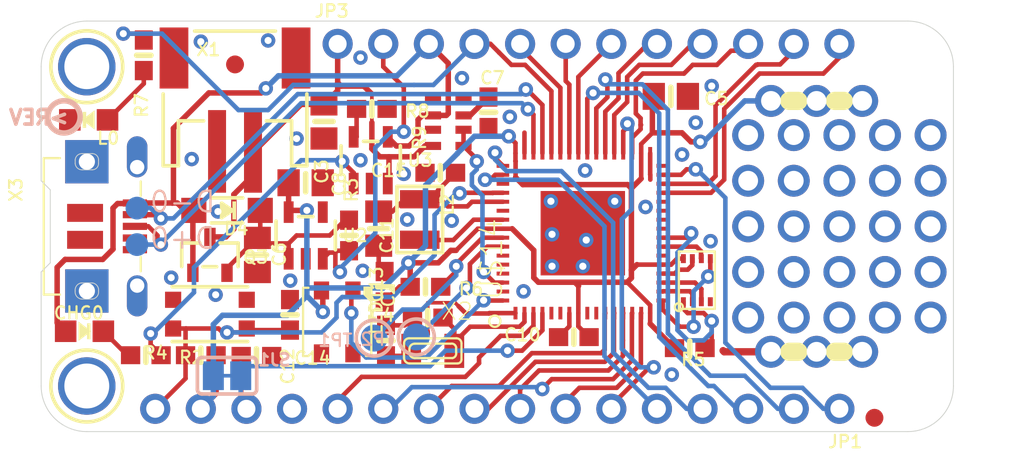
<source format=kicad_pcb>
(kicad_pcb (version 20211014) (generator pcbnew)
  (layers (0 "F.Cu" signal) (31 "B.Cu" signal) (34 "B.Paste" user) (35 "F.Paste" user) (36 "B.SilkS" user "B.Silkscreen") (37 "F.SilkS" user "F.Silkscreen") (38 "B.Mask" user) (39 "F.Mask" user) (44 "Edge.Cuts" user))
  (net 0 "")
  (net 1 "GND")
  (net 2 "MOSI")
  (net 3 "MISO")
  (net 4 "SCK")
  (net 5 "A5")
  (net 6 "A4")
  (net 7 "A3")
  (net 8 "A2")
  (net 9 "A1")
  (net 10 "D11")
  (net 11 "D12")
  (net 12 "+3V3")
  (net 13 "VBUS")
  (net 14 "VBAT")
  (net 15 "N$2")
  (net 16 "AREF")
  (net 17 "D13")
  (net 18 "A0")
  (net 19 "N$1")
  (net 20 "N$3")
  (net 21 "N$4")
  (net 22 "SCL")
  (net 23 "SDA")
  (net 24 "D9")
  (net 25 "D8_NEOPIX")
  (net 26 "D6")
  (net 27 "D5")
  (net 28 "D10")
  (net 29 "D+")
  (net 30 "D-")
  (net 31 "~{RESET}")
  (net 32 "SWCLK")
  (net 33 "SWDIO")
  (net 34 "N$5")
  (net 35 "N$7")
  (net 36 "EN")
  (net 37 "VHI")
  (net 38 "QSPI_DATA[0]")
  (net 39 "QSPI_DATA[1]")
  (net 40 "QSPI_SCK")
  (net 41 "QSPI_CS")
  (net 42 "RX_D0")
  (net 43 "TX_D1")
  (net 44 "N$21")
  (net 45 "V_DIV")
  (net 46 "QSPI_DATA[3]")
  (net 47 "QSPI_DATA[2]")
  (net 48 "N$6")
  (net 49 "N$8")
  (net 50 "N$9")
  (net 51 "N$10")
  (net 52 "N$16")
  (net 53 "N$17")
  (net 54 "N$18")
  (net 55 "N$19")
  (net 56 "N$20")
  (net 57 "N$22")
  (net 58 "N$23")
  (net 59 "N$24")
  (net 60 "N$25")
  (net 61 "N$26")
  (net 62 "N$27")
  (net 63 "N$28")
  (net 64 "N$29")
  (net 65 "N$30")
  (net 66 "N$31")
  (net 67 "VDDCORE1")
  (net 68 "N$11")
  (net 69 "D4")
  (net 70 "N$12")
  (net 71 "N$13")
  (net 72 "N$14")
  (net 73 "N$15")
  (net 74 "N$32")
  (footprint "boardEagle:0603-NO" (layer "F.Cu") (at 145.3261 102.0191 180)
    (fp_text reference "C15")
    (fp_text value "1uF")
  )
  (footprint "boardEagle:0805-NO" (layer "F.Cu") (at 158.1658 97.7646)
    (fp_text reference "C5")
    (fp_text value "10uF")
  )
  (footprint "boardEagle:0603-NO" (layer "F.Cu") (at 142.3035 111.3663 90)
    (fp_text reference "C2")
    (fp_text value "22pF")
  )
  (footprint "boardEagle:0603-NO" (layer "F.Cu") (at 148.0101 98.6534 90)
    (fp_text reference "C7")
    (fp_text value "1uF")
  )
  (footprint "boardEagle:XTAL3215" (layer "F.Cu") (at 144.907 111.9378 180)
    (fp_text reference "X2")
    (fp_text value "32.768")
  )
  (footprint "boardEagle:USON8" (layer "F.Cu") (at 159.6136 108.0008 90)
    (fp_text reference "U1" hide)
    (fp_text value "2MB Flash" hide)
  )
  (footprint "boardEagle:0603-NO" (layer "F.Cu") (at 131.9911 112.1791 180)
    (fp_text reference "R4")
    (fp_text value "10K")
  )
  (footprint "boardEagle:0603-NO" (layer "F.Cu") (at 144.6276 110.0836 180)
    (fp_text reference "C4")
    (fp_text value "22pF")
  )
  (footprint "boardEagle:0603-NO" (layer "F.Cu") (at 128.8161 95.4786 -90)
    (fp_text reference "R7")
    (fp_text value "2.2K")
  )
  (footprint "boardEagle:JSTPH2" (layer "F.Cu") (at 133.8961 97.1296)
    (fp_text reference "X1")
    (fp_text value "JSTPH")
  )
  (footprint "boardEagle:1X12_ROUND" (layer "F.Cu") (at 153.5811 94.8436)
    (fp_text reference "JP3")
    (fp_text value "")
  )
  (footprint "boardEagle:FEATHERM4_TOP" (layer "F.Cu") (at 123.1011 116.4336)
    (fp_text reference "U$6" hide)
    (fp_text value "" hide)
  )
  (footprint "boardEagle:0603-NO" (layer "F.Cu") (at 141.5161 98.4631)
    (fp_text reference "R8")
    (fp_text value "10K\\")
  )
  (footprint "boardEagle:CHIPLED_0805_NOOUTLINE" (layer "F.Cu") (at 125.7461 99.0746 90)
    (fp_text reference "L0")
    (fp_text value "RED")
  )
  (footprint "boardEagle:PQFN64-1" (layer "F.Cu") (at 153.2636 105.3846 90)
    (fp_text reference "U$14")
    (fp_text value "ATSAMD51J")
  )
  (footprint "boardEagle:1X16_ROUND" (layer "F.Cu") (at 148.5011 115.1636 180)
    (fp_text reference "JP1")
    (fp_text value "")
  )
  (footprint "boardEagle:INDUCTOR_1007" (layer "F.Cu") (at 144.1831 104.6226 -90)
    (fp_text reference "L2")
    (fp_text value "10uH")
  )
  (footprint "boardEagle:0603-NO" (layer "F.Cu") (at 159.2199 111.7854 180)
    (fp_text reference "R5")
    (fp_text value "10K")
  )
  (footprint "boardEagle:RESPACK_4X0603_NO" (layer "F.Cu") (at 145.7706 99.2251 90)
    (fp_text reference "R9")
    (fp_text value "100K")
  )
  (footprint "boardEagle:0603-NO" (layer "F.Cu") (at 142.2273 108.3691 90)
    (fp_text reference "C11")
    (fp_text value "1uF")
  )
  (footprint "boardEagle:0603-NO" (layer "F.Cu") (at 144.5006 108.3691)
    (fp_text reference "R6")
    (fp_text value "10K")
  )
  (footprint "boardEagle:BTN_KMR2_4.6X2.8" (layer "F.Cu") (at 132.4991 109.8931 180)
    (fp_text reference "SW1" hide)
    (fp_text value "KMR2" hide)
  )
  (footprint "" (layer "F.Cu") (at 171.3611 113.8936)
    (fp_text reference "@HOLE1" hide)
    (fp_text value "")
  )
  (footprint "boardEagle:FIDUCIAL_1MM" (layer "F.Cu") (at 169.5033 115.6646 -90)
    (fp_text reference "U$35" hide)
    (fp_text value "FIDUCIAL_1MM" hide)
  )
  (footprint "boardEagle:0805-NO" (layer "F.Cu") (at 135.1426 106.5961 -90)
    (fp_text reference "C6")
    (fp_text value "10µF")
  )
  (footprint "boardEagle:FIDUCIAL_1MM" (layer "F.Cu") (at 133.8961 95.9866 -90)
    (fp_text reference "U$34" hide)
    (fp_text value "FIDUCIAL_1MM" hide)
  )
  (footprint "boardEagle:4UCONN_20329_V2" (layer "F.Cu") (at 127.5461 105.0036 -90)
    (fp_text reference "X3")
    (fp_text value "microUSB")
    (fp_line (start 4.05 1.6) (end 4.05 2.2) (layer "Edge.Cuts") (width 0.05))
    (fp_line (start -3.7 1.25) (end -3.5 1.25) (layer "Edge.Cuts") (width 0.05))
    (fp_line (start -3.5 2.55) (end -3.7 2.55) (layer "Edge.Cuts") (width 0.05))
    (fp_line (start 3.15 2.2) (end 3.15 1.6) (layer "Edge.Cuts") (width 0.05))
    (fp_line (start -3.15 1.6) (end -3.15 2.15) (layer "Edge.Cuts") (width 0.05))
    (fp_line (start -4.05 2.15) (end -4.05 1.6) (layer "Edge.Cuts") (width 0.05))
    (fp_arc (start 3.15 1.6) (mid 3.302513 1.331802) (end 3.6 1.25) (layer "Edge.Cuts") (width 0.05))
    (fp_arc (start -3.15 2.15) (mid -3.242157 2.422487) (end -3.5 2.55) (layer "Edge.Cuts") (width 0.05))
    (fp_arc (start -4.05 1.6) (mid -3.947487 1.352513) (end -3.7 1.25) (layer "Edge.Cuts") (width 0.05))
    (fp_arc (start 3.6 2.55) (mid 3.302513 2.468198) (end 3.15 2.2) (layer "Edge.Cuts") (width 0.05))
    (fp_arc (start 3.6 1.25) (mid 3.897487 1.331802) (end 4.05 1.6) (layer "Edge.Cuts") (width 0.05))
    (fp_arc (start 4.05 2.2) (mid 3.897487 2.468198) (end 3.6 2.55) (layer "Edge.Cuts") (width 0.05))
    (fp_arc (start -3.7 2.55) (mid -3.957843 2.422487) (end -4.05 2.15) (layer "Edge.Cuts") (width 0.05))
    (fp_arc (start -3.5 1.25) (mid -3.252513 1.352513) (end -3.15 1.6) (layer "Edge.Cuts") (width 0.05))
  )
  (footprint "boardEagle:SOT23-5" (layer "F.Cu") (at 141.4526 101.3206)
    (fp_text reference "U3")
    (fp_text value "MCP73831T-2ACI/OT")
  )
  (footprint "boardEagle:MOUNTINGHOLE_2.5_PLATED" (layer "F.Cu") (at 125.6411 96.1136 -90)
    (fp_text reference "U$31" hide)
    (fp_text value "MOUNTINGHOLE2.5" hide)
  )
  (footprint "boardEagle:MOUNTINGHOLE_2.5_PLATED" (layer "F.Cu") (at 125.6411 113.8936 -90)
    (fp_text reference "U$32" hide)
    (fp_text value "MOUNTINGHOLE2.5" hide)
  )
  (footprint "boardEagle:SOT23-R" (layer "F.Cu") (at 132.4991 106.5911)
    (fp_text reference "Q3")
    (fp_text value "DMG341")
  )
  (footprint "boardEagle:0805-NO" (layer "F.Cu") (at 138.8491 99.1616 -90)
    (fp_text reference "C3")
    (fp_text value "10µF")
  )
  (footprint "boardEagle:LED3535" (layer "F.Cu") (at 139.5857 110.3249 -90)
    (fp_text reference "LED1")
    (fp_text value "WS2812B3535")
  )
  (footprint "" (layer "F.Cu") (at 171.3611 96.1136)
    (fp_text reference "@HOLE0" hide)
    (fp_text value "")
  )
  (footprint "boardEagle:SOT23-5" (layer "F.Cu") (at 137.8331 105.5116)
    (fp_text reference "U2")
    (fp_text value "AP2112-3.3")
  )
  (footprint "boardEagle:0603-NO" (layer "F.Cu") (at 140.2461 105.5116 90)
    (fp_text reference "R3")
    (fp_text value "10K")
  )
  (footprint "boardEagle:0805-NO" (layer "F.Cu") (at 141.8971 105.1306 -90)
    (fp_text reference "C13")
    (fp_text value "10uF")
  )
  (footprint "boardEagle:0603-NO" (layer "F.Cu") (at 128.9304 112.1791)
    (fp_text reference "R2")
    (fp_text value "1K")
  )
  (footprint "boardEagle:SOD-123" (layer "F.Cu") (at 133.4516 104.1146 180)
    (fp_text reference "D4")
    (fp_text value "MBR120")
  )
  (footprint "boardEagle:CHIPLED_0805_NOOUTLINE" (layer "F.Cu") (at 125.5141 110.8456 -90)
    (fp_text reference "CHG0")
    (fp_text value "ORANGE")
  )
  (footprint "boardEagle:0603-NO" (layer "F.Cu") (at 152.763306 111.170804 180)
    (fp_text reference "C10")
    (fp_text value "1uF")
  )
  (footprint "boardEagle:0603-NO" (layer "F.Cu") (at 135.0899 112.216007)
    (fp_text reference "C14")
    (fp_text value "1uF")
  )
  (footprint "boardEagle:0805-NO" (layer "F.Cu") (at 137.8296 102.5756)
    (fp_text reference "C8")
    (fp_text value "10µF")
  )
  (footprint "boardEagle:0603-NO" (layer "F.Cu") (at 136.9568 109.9312 -90)
    (fp_text reference "C12")
    (fp_text value "1uF")
  )
  (footprint "boardEagle:TESTPOINT_ROUND_1.5MM" (layer "B.Cu") (at 143.9926 111.1631 180)
    (fp_text reference "TP2")
    (fp_text value "")
  )
  (footprint "boardEagle:SOLDERJUMPER_CLOSEDWIRE" (layer "B.Cu") (at 133.4516 113.3221 180)
    (fp_text reference "SJ1")
    (fp_text value "")
  )
  (footprint "boardEagle:FEATHERM4_BOT" (layer "B.Cu") (at 173.9011 116.4336 180)
    (fp_text reference "U$5" hide)
    (fp_text value "" hide)
  )
  (footprint "boardEagle:B1,27" (layer "B.Cu") (at 128.4351 103.9876 180)
    (fp_text reference "D-0")
    (fp_text value "TPB1,27")
  )
  (footprint "boardEagle:TESTPOINT_ROUND_1.5MM" (layer "B.Cu") (at 141.6431 111.2266 180)
    (fp_text reference "TP1")
    (fp_text value "")
  )
  (footprint "boardEagle:B1,27" (layer "B.Cu") (at 128.4351 106.0196 180)
    (fp_text reference "D+0")
    (fp_text value "TPB1,27")
  )
  (footprint "boardEagle:PCBFEAT-REV-040" (layer "B.Cu") (at 124.3711 98.9076 180)
    (fp_text reference "U$13" hide)
    (fp_text value "" hide)
  )
  (gr_line (start 167.2971 111.9886) (end 167.8051 111.9886) (layer "F.SilkS") (width 1.016))
  (gr_line (start 164.7571 111.9886) (end 165.2651 111.9886) (layer "F.SilkS") (width 1.016))
  (gr_line (start 164.7571 98.0186) (end 165.2651 98.0186) (layer "F.SilkS") (width 1.016))
  (gr_line (start 167.2971 98.0186) (end 167.8051 98.0186) (layer "F.SilkS") (width 1.016))
  (gr_arc (start 125.6411 116.4336) (mid 123.845049 115.689651) (end 123.1011 113.8936) (layer "Edge.Cuts") (width 0.05))
  (gr_line (start 125.6411 116.4336) (end 171.3611 116.4336) (layer "Edge.Cuts") (width 0.05))
  (gr_line (start 173.9011 113.8936) (end 173.9011 96.1136) (layer "Edge.Cuts") (width 0.05))
  (gr_arc (start 123.1011 96.1136) (mid 123.845049 94.317549) (end 125.6411 93.5736) (layer "Edge.Cuts") (width 0.05))
  (gr_line (start 123.1011 96.1136) (end 123.1011 102.4636) (layer "Edge.Cuts") (width 0.05))
  (gr_line (start 171.3611 93.5736) (end 125.6411 93.5736) (layer "Edge.Cuts") (width 0.05))
  (gr_line (start 123.6091 102.9716) (end 123.6091 107.0356) (layer "Edge.Cuts") (width 0.05))
  (gr_arc (start 171.3611 93.5736) (mid 173.157151 94.317549) (end 173.9011 96.1136) (layer "Edge.Cuts") (width 0.05))
  (gr_line (start 123.1011 102.4636) (end 123.6091 102.9716) (layer "Edge.Cuts") (width 0.05))
  (gr_arc (start 173.9011 113.8936) (mid 173.157151 115.689651) (end 171.3611 116.4336) (layer "Edge.Cuts") (width 0.05))
  (gr_line (start 123.6091 107.0356) (end 123.1011 107.5436) (layer "Edge.Cuts") (width 0.05))
  (gr_line (start 123.1011 107.5436) (end 123.1011 113.8936) (layer "Edge.Cuts") (width 0.05))
  (segment (start 161.1376 111.9886) (end 161.0741 111.9251) (width 0.4064) (layer "F.Cu") (net 1))
  (segment (start 152.5136 110.57051) (end 151.913306 111.170804) (width 0.254) (layer "F.Cu") (net 1))
  (segment (start 163.7411 111.9886) (end 161.1376 111.9886) (width 0.4064) (layer "F.Cu") (net 1))
  (segment (start 142.3035 110.5163) (end 142.4169 110.5163) (width 0.254) (layer "F.Cu") (net 1))
  (segment (start 143.3449 110.5163) (end 143.7776 110.0836) (width 0.254) (layer "F.Cu") (net 1))
  (segment (start 150.0136 100.9346) (end 150.0136 99.7851) (width 0.254) (layer "F.Cu") (net 1))
  (segment (start 142.4169 110.5163) (end 142.6591 110.2741) (width 0.254) (layer "F.Cu") (net 1))
  (segment (start 157.0136 100.9346) (end 157.0136 102.124482) (width 0.254) (layer "F.Cu") (net 1))
  (segment (start 146.9884 98.8251) (end 148.0101 97.8034) (width 0.3048) (layer "F.Cu") (net 1))
  (segment (start 141.8971 107.1889) (end 142.2273 107.5191) (width 0.254) (layer "F.Cu") (net 1))
  (segment (start 142.3035 110.5163) (end 143.3449 110.5163) (width 0.254) (layer "F.Cu") (net 1))
  (segment (start 152.5136 109.8346) (end 152.5136 110.57051) (width 0.254) (layer "F.Cu") (net 1))
  (segment (start 141.8971 106.0806) (end 141.8971 107.1889) (width 0.254) (layer "F.Cu") (net 1))
  (segment (start 157.0136 102.124482) (end 157.0216 102.132482) (width 0.254) (layer "F.Cu") (net 1))
  (segment (start 138.7796 102.5756) (end 138.7796 102.8386) (width 0.254) (layer "F.Cu") (net 1))
  (segment (start 157.0216 102.132482) (end 157.0216 102.4001) (width 0.254) (layer "F.Cu") (net 1))
  (segment (start 146.6206 98.8251) (end 146.9884 98.8251) (width 0.3048) (layer "F.Cu") (net 1))
  (segment (start 142.3035 110.5163) (end 141.9724 110.5163) (width 0.254) (layer "F.Cu") (net 1))
  (via (at 130.3401 107.8611) (size 0.8001) (drill 0.3937) (layers "F.Cu" "B.Cu") (net 1))
  (via (at 146.5326 96.7486) (size 0.8001) (drill 0.3937) (layers "F.Cu" "B.Cu") (net 1))
  (via (at 153.2636 107.2261) (size 0.8064) (drill 0.4) (layers "F.Cu" "B.Cu") (net 1))
  (via (at 132.9436 104.1781) (size 0.8001) (drill 0.3937) (layers "F.Cu" "B.Cu") (net 1))
  (via (at 151.5491 105.4481) (size 0.8064) (drill 0.4) (layers "F.Cu" "B.Cu") (net 1))
  (via (at 149.9616 108.6231) (size 0.8064) (drill 0.4) (layers "F.Cu" "B.Cu") (net 1))
  (via (at 160.3756 105.8291) (size 0.8064) (drill 0.4) (layers "F.Cu" "B.Cu") (net 1))
  (via (at 136.9695 108.0262) (size 0.8001) (drill 0.3937) (layers "F.Cu" "B.Cu") (net 1))
  (via (at 163.7411 111.9886) (size 1.778) (drill 1.1) (layers "F.Cu" "B.Cu") (net 1))
  (via (at 166.2811 111.9886) (size 1.778) (drill 1.1) (layers "F.Cu" "B.Cu") (net 1))
  (via (at 140.8811 101.3206) (size 0.8001) (drill 0.3937) (layers "F.Cu" "B.Cu") (net 1))
  (via (at 137.3251 100.1141) (size 0.8001) (drill 0.3937) (layers "F.Cu" "B.Cu") (net 1))
  (via (at 145.9611 104.6861) (size 0.8064) (drill 0.4) (layers "F.Cu" "B.Cu") (net 1))
  (via (at 141.0081 107.4801) (size 0.8001) (drill 0.3937) (layers "F.Cu" "B.Cu") (net 1))
  (via (at 131.9911 94.7166) (size 0.8001) (drill 0.3937) (layers "F.Cu" "B.Cu") (net 1))
  (via (at 168.8211 111.9886) (size 1.778) (drill 1.1) (layers "F.Cu" "B.Cu") (net 1))
  (via (at 153.4541 105.7656) (size 0.8064) (drill 0.4) (layers "F.Cu" "B.Cu") (net 1))
  (via (at 135.7376 94.6531) (size 0.8001) (drill 0.3937) (layers "F.Cu" "B.Cu") (net 1))
  (via (at 143.4846 104.6226) (size 0.8064) (drill 0.4) (layers "F.Cu" "B.Cu") (net 1))
  (via (at 156.7561 103.9241) (size 0.8064) (drill 0.4) (layers "F.Cu" "B.Cu") (net 1))
  (via (at 160.4391 97.1931) (size 0.8064) (drill 0.4) (layers "F.Cu" "B.Cu") (net 1))
  (via (at 153.3906 101.8921) (size 0.8064) (drill 0.4) (layers "F.Cu" "B.Cu") (net 1))
  (via (at 151.4856 103.6066) (size 0.8064) (drill 0.4) (layers "F.Cu" "B.Cu") (net 1))
  (via (at 131.4831 101.2571) (size 0.8001) (drill 0.3937) (layers "F.Cu" "B.Cu") (net 1))
  (via (at 155.0416 103.6066) (size 0.8064) (drill 0.4) (layers "F.Cu" "B.Cu") (net 1))
  (via (at 158.2166 113.2586) (size 0.8064) (drill 0.4) (layers "F.Cu" "B.Cu") (net 1))
  (via (at 158.7881 101.0031) (size 0.8064) (drill 0.4) (layers "F.Cu" "B.Cu") (net 1))
  (via (at 151.5491 107.2261) (size 0.8064) (drill 0.4) (layers "F.Cu" "B.Cu") (net 1))
  (via (at 143.2941 102.0826) (size 0.8001) (drill 0.3937) (layers "F.Cu" "B.Cu") (net 1))
  (via (at 140.8811 95.6056) (size 0.8001) (drill 0.3937) (layers "F.Cu" "B.Cu") (net 1))
  (via (at 149.1996 98.9076) (size 0.8064) (drill 0.4) (layers "F.Cu" "B.Cu") (net 1))
  (via (at 159.5501 99.2251) (size 0.8064) (drill 0.4) (layers "F.Cu" "B.Cu") (net 1))
  (via (at 132.8166 108.8136) (size 0.8001) (drill 0.3937) (layers "F.Cu" "B.Cu") (net 1))
  (segment (start 166.2811 111.9886) (end 163.7411 111.9886) (width 0.4064) (layer "B.Cu") (net 1))
  (segment (start 168.8211 111.9886) (end 166.2811 111.9886) (width 0.4064) (layer "B.Cu") (net 1))
  (segment (start 148.111709 102.409516) (end 148.386625 102.1346) (width 0.254) (layer "F.Cu") (net 2))
  (segment (start 147.819521 102.409516) (end 148.111709 102.409516) (width 0.254) (layer "F.Cu") (net 2))
  (segment (start 148.386625 102.1346) (end 148.8136 102.1346) (width 0.254) (layer "F.Cu") (net 2))
  (via (at 147.819521 102.409516) (size 0.8064) (drill 0.4) (layers "F.Cu" "B.Cu") (net 2))
  (segment (start 154.4701 112.2426) (end 157.3911 115.1636) (width 0.254) (layer "B.Cu") (net 2))
  (segment (start 151.876015 102.409516) (end 154.4701 105.0036) (width 0.254) (layer "B.Cu") (net 2))
  (segment (start 147.819521 102.409516) (end 151.876015 102.409516) (width 0.254) (layer "B.Cu") (net 2))
  (segment (start 154.4701 105.0036) (end 154.4701 112.2426) (width 0.254) (layer "B.Cu") (net 2))
  (segment (start 148.3741 101.1951) (end 148.3741 100.9013) (width 0.254) (layer "F.Cu") (net 3))
  (segment (start 148.8136 101.6346) (end 148.3741 101.1951) (width 0.254) (layer "F.Cu") (net 3))
  (via (at 148.3741 100.9013) (size 0.8064) (drill 0.4) (layers "F.Cu" "B.Cu") (net 3))
  (segment (start 148.3741 101.2823) (end 148.3741 100.9013) (width 0.254) (layer "B.Cu") (net 3))
  (segment (start 156.922568 113.9952) (end 157.875068 113.9952) (width 0.254) (layer "B.Cu") (net 3))
  (segment (start 157.875068 113.9952) (end 159.043468 115.1636) (width 0.254) (layer "B.Cu") (net 3))
  (segment (start 149.018706 101.926907) (end 148.3741 101.2823) (width 0.254) (layer "B.Cu") (net 3))
  (segment (start 152.075918 101.926907) (end 149.018706 101.926907) (width 0.254) (layer "B.Cu") (net 3))
  (segment (start 154.952709 112.025341) (end 156.922568 113.9952) (width 0.254) (layer "B.Cu") (net 3))
  (segment (start 159.043468 115.1636) (end 159.9311 115.1636) (width 0.254) (layer "B.Cu") (net 3))
  (segment (start 154.952709 104.803697) (end 154.952709 112.025341) (width 0.254) (layer "B.Cu") (net 3))
  (segment (start 154.952709 104.803697) (end 152.075918 101.926907) (width 0.254) (layer "B.Cu") (net 3))
  (segment (start 155.5136 99.7056) (end 155.747 99.4722) (width 0.254) (layer "F.Cu") (net 4))
  (segment (start 155.747 99.4722) (end 155.747 99.2886) (width 0.254) (layer "F.Cu") (net 4))
  (segment (start 154.8511 115.1636) (end 154.8511 114.976982) (width 0.254) (layer "F.Cu") (net 4))
  (segment (start 156.974381 112.8537) (end 157.2101 112.8537) (width 0.254) (layer "F.Cu") (net 4))
  (segment (start 155.5136 100.9346) (end 155.5136 99.7056) (width 0.254) (layer "F.Cu") (net 4))
  (segment (start 154.8511 114.976982) (end 156.974381 112.8537) (width 0.254) (layer "F.Cu") (net 4))
  (via (at 157.2101 112.8537) (size 0.8064) (drill 0.4) (layers "F.Cu" "B.Cu") (net 4))
  (via (at 155.747 99.2886) (size 0.8064) (drill 0.4) (layers "F.Cu" "B.Cu") (net 4))
  (segment (start 155.435318 111.825438) (end 156.463581 112.8537) (width 0.254) (layer "B.Cu") (net 4))
  (segment (start 155.972031 104.067094) (end 155.978106 104.067094) (width 0.254) (layer "B.Cu") (net 4))
  (segment (start 156.463581 112.8537) (end 157.2101 112.8537) (width 0.254) (layer "B.Cu") (net 4))
  (segment (start 155.972031 104.067094) (end 155.435318 104.603807) (width 0.254) (layer "B.Cu") (net 4))
  (segment (start 155.978106 99.519707) (end 155.747 99.2886) (width 0.254) (layer "B.Cu") (net 4))
  (segment (start 155.978106 104.067094) (end 155.978106 99.519707) (width 0.254) (layer "B.Cu") (net 4))
  (segment (start 155.435318 104.603807) (end 155.435318 111.825438) (width 0.254) (layer "B.Cu") (net 4))
  (segment (start 152.3111 114.7569) (end 152.3111 115.1636) (width 0.254) (layer "F.Cu") (net 5))
  (segment (start 156.4962 109.852) (end 156.4962 112.649382) (width 0.254) (layer "F.Cu") (net 5))
  (segment (start 155.150681 113.9949) (end 153.0731 113.9949) (width 0.254) (layer "F.Cu") (net 5))
  (segment (start 153.0731 113.9949) (end 152.3111 114.7569) (width 0.254) (layer "F.Cu") (net 5))
  (segment (start 156.4962 112.649382) (end 155.150681 113.9949) (width 0.254) (layer "F.Cu") (net 5))
  (segment (start 156.5136 109.8346) (end 156.4962 109.852) (width 0.254) (layer "F.Cu") (net 5))
  (segment (start 155.5136 109.8346) (end 155.4962 109.852) (width 0.254) (layer "F.Cu") (net 6))
  (segment (start 149.7711 114.0836) (end 149.7711 115.1636) (width 0.254) (layer "F.Cu") (net 6))
  (segment (start 150.825 113.0297) (end 149.7711 114.0836) (width 0.254) (layer "F.Cu") (net 6))
  (segment (start 155.4962 109.852) (end 155.4962 111.3536) (width 0.254) (layer "F.Cu") (net 6))
  (segment (start 155.4962 112.220882) (end 154.687381 113.0297) (width 0.254) (layer "F.Cu") (net 6))
  (segment (start 154.687381 113.0297) (end 150.825 113.0297) (width 0.254) (layer "F.Cu") (net 6))
  (segment (start 155.4962 111.3536) (end 155.4962 112.220882) (width 0.254) (layer "F.Cu") (net 6))
  (segment (start 154.9962 109.852) (end 154.9962 112.038382) (width 0.254) (layer "F.Cu") (net 7))
  (segment (start 148.0086 115.1636) (end 147.2311 115.1636) (width 0.254) (layer "F.Cu") (net 7))
  (segment (start 150.6251 112.5471) (end 148.0086 115.1636) (width 0.254) (layer "F.Cu") (net 7))
  (segment (start 155.0136 109.8346) (end 154.9962 109.852) (width 0.254) (layer "F.Cu") (net 7))
  (segment (start 154.9962 112.038382) (end 154.487481 112.5471) (width 0.254) (layer "F.Cu") (net 7))
  (segment (start 154.487481 112.5471) (end 150.6251 112.5471) (width 0.254) (layer "F.Cu") (net 7))
  (segment (start 145.9611 113.8936) (end 144.6911 115.1636) (width 0.254) (layer "F.Cu") (net 8))
  (segment (start 154.287581 112.0645) (end 150.4252 112.0645) (width 0.254) (layer "F.Cu") (net 8))
  (segment (start 154.481006 111.871075) (end 154.287581 112.0645) (width 0.254) (layer "F.Cu") (net 8))
  (segment (start 154.481006 109.867194) (end 154.481006 111.871075) (width 0.254) (layer "F.Cu") (net 8))
  (segment (start 150.4252 112.0645) (end 148.5961 113.8936) (width 0.254) (layer "F.Cu") (net 8))
  (segment (start 154.5136 109.8346) (end 154.481006 109.867194) (width 0.254) (layer "F.Cu") (net 8))
  (segment (start 148.5961 113.8936) (end 145.9611 113.8936) (width 0.254) (layer "F.Cu") (net 8))
  (segment (start 154.950781 113.5123) (end 151.5329 113.5123) (width 0.254) (layer "F.Cu") (net 9))
  (segment (start 155.9962 109.852) (end 155.9962 112.466882) (width 0.254) (layer "F.Cu") (net 9))
  (segment (start 151.0062 114.039) (end 151.0062 114.060688) (width 0.254) (layer "F.Cu") (net 9))
  (segment (start 155.9962 112.466882) (end 154.950781 113.5123) (width 0.254) (layer "F.Cu") (net 9))
  (segment (start 151.5329 113.5123) (end 151.0062 114.039) (width 0.254) (layer "F.Cu") (net 9))
  (segment (start 156.0136 109.8346) (end 155.9962 109.852) (width 0.254) (layer "F.Cu") (net 9))
  (via (at 151.0062 114.060688) (size 0.8064) (drill 0.4) (layers "F.Cu" "B.Cu") (net 9))
  (segment (start 142.5321 115.1636) (end 143.7386 113.9571) (width 0.254) (layer "B.Cu") (net 9))
  (segment (start 142.5321 115.1636) (end 142.1511 115.1636) (width 0.254) (layer "B.Cu") (net 9))
  (segment (start 150.902612 113.9571) (end 151.0062 114.060688) (width 0.254) (layer "B.Cu") (net 9))
  (segment (start 143.7386 113.9571) (end 150.902612 113.9571) (width 0.254) (layer "B.Cu") (net 9))
  (segment (start 152.5136 97.1101) (end 152.3111 96.9076) (width 0.254) (layer "F.Cu") (net 10))
  (segment (start 152.5136 100.9346) (end 152.5136 97.1101) (width 0.254) (layer "F.Cu") (net 10))
  (segment (start 152.3111 96.9076) (end 152.3111 94.8436) (width 0.254) (layer "F.Cu") (net 10))
  (segment (start 152.0136 100.9346) (end 152.0136 97.2926) (width 0.254) (layer "F.Cu") (net 11))
  (segment (start 152.0136 97.2926) (end 149.7711 95.0501) (width 0.254) (layer "F.Cu") (net 11))
  (segment (start 149.7711 95.0501) (end 149.7711 94.8436) (width 0.254) (layer "F.Cu") (net 11))
  (segment (start 148.0101 99.5034) (end 148.4938 99.9871) (width 0.254) (layer "F.Cu") (net 12))
  (segment (start 147.4176 105.1346) (end 146.20875 106.34345) (width 0.254) (layer "F.Cu") (net 12))
  (segment (start 156.5136 100.4201) (end 157.1371 99.7966) (width 0.254) (layer "F.Cu") (net 12))
  (segment (start 148.8136 105.1346) (end 149.3306 105.1346) (width 0.254) (layer "F.Cu") (net 12))
  (segment (start 153.0136 108.325613) (end 153.021606 108.317607) (width 0.3048) (layer "F.Cu") (net 12))
  (segment (start 136.8796 104.208) (end 136.8831 104.2115) (width 0.3048) (layer "F.Cu") (net 12))
  (segment (start 157.0136 109.8346) (end 157.0136 109.392707) (width 0.254) (layer "F.Cu") (net 12))
  (segment (start 155.9692 107.881894) (end 155.735993 108.1151) (width 0.3048) (layer "F.Cu") (net 12))
  (segment (start 157.7136 107.1346) (end 156.2761 107.1346) (width 0.254) (layer "F.Cu") (net 12))
  (segment (start 156.5136 100.9346) (end 156.5136 102.342907) (width 0.254) (layer "F.Cu") (net 12))
  (segment (start 155.735993 108.1151) (end 152.8191 108.1151) (width 0.3048) (layer "F.Cu") (net 12))
  (segment (start 153.0136 109.8346) (end 153.0136 108.325613) (width 0.254) (layer "F.Cu") (net 12))
  (segment (start 138.7856 109.7661) (end 138.7856 108.6498) (width 0.3048) (layer "F.Cu") (net 12))
  (segment (start 150.7871 108.1151) (end 152.8191 108.1151) (width 0.3048) (layer "F.Cu") (net 12))
  (segment (start 143.6506 107.1381) (end 143.5481 107.0356) (width 0.3048) (layer "F.Cu") (net 12))
  (segment (start 149.5136 100.3646) (end 149.1361 99.9871) (width 0.254) (layer "F.Cu") (net 12))
  (segment (start 138.7856 108.6498) (end 138.7107 108.5749) (width 0.3048) (layer "F.Cu") (net 12))
  (segment (start 149.5136 101.371707) (end 149.5192 101.377307) (width 0.254) (layer "F.Cu") (net 12))
  (segment (start 136.8796 102.5756) (end 136.8796 104.208) (width 0.3048) (layer "F.Cu") (net 12))
  (segment (start 157.1371 99.7966) (end 158.7881 99.7966) (width 0.3048) (layer "F.Cu") (net 12))
  (segment (start 156.5136 102.342907) (end 155.9692 102.887307) (width 0.3048) (layer "F.Cu") (net 12))
  (segment (start 153.0136 109.8346) (end 153.0136 110.571097) (width 0.254) (layer "F.Cu") (net 12))
  (segment (start 156.2761 107.1346) (end 155.9692 107.4415) (width 0.3048) (layer "F.Cu") (net 12))
  (segment (start 155.9692 102.887307) (end 155.9692 107.4415) (width 0.3048) (layer "F.Cu") (net 12))
  (segment (start 150.5331 107.8611) (end 150.7871 108.1151) (width 0.3048) (layer "F.Cu") (net 12))
  (segment (start 155.9692 107.4415) (end 155.9692 107.881894) (width 0.3048) (layer "F.Cu") (net 12))
  (segment (start 157.0136 109.8346) (end 157.0136 110.4291) (width 0.254) (layer "F.Cu") (net 12))
  (segment (start 155.760893 102.679) (end 149.923 102.679) (width 0.3048) (layer "F.Cu") (net 12))
  (segment (start 143.6506 108.3691) (end 143.6506 107.1381) (width 0.3048) (layer "F.Cu") (net 12))
  (segment (start 146.20875 106.34345) (end 145.910837 106.34345) (width 0.3048) (layer "F.Cu") (net 12))
  (segment (start 157.0136 110.4291) (end 158.3699 111.7854) (width 0.3048) (layer "F.Cu") (net 12))
  (segment (start 132.8411 114.3136) (end 131.9911 115.1636) (width 0.3048) (layer "F.Cu") (net 12))
  (segment (start 145.910837 106.34345) (end 145.218687 107.0356) (width 0.3048) (layer "F.Cu") (net 12))
  (segment (start 150.5331 106.3371) (end 150.5331 107.8611) (width 0.3048) (layer "F.Cu") (net 12))
  (segment (start 158.5149 106.8008) (end 158.8636 106.8008) (width 0.254) (layer "F.Cu") (net 12))
  (segment (start 159.2897 100.2982) (end 159.8041 100.2982) (width 0.3048) (layer "F.Cu") (net 12))
  (segment (start 145.218687 107.0356) (end 143.5481 107.0356) (width 0.3048) (layer "F.Cu") (net 12))
  (segment (start 148.4938 99.9871) (end 149.1361 99.9871) (width 0.254) (layer "F.Cu") (net 12))
  (segment (start 142.2273 109.2191) (end 143.0773 108.3691) (width 0.3048) (layer "F.Cu") (net 12))
  (segment (start 143.0773 108.3691) (end 143.6506 108.3691) (width 0.3048) (layer "F.Cu") (net 12))
  (segment (start 137.8966 104.1146) (end 136.973 104.1146) (width 0.3048) (layer "F.Cu") (net 12))
  (segment (start 149.5192 102.2752) (end 149.5192 101.377307) (width 0.254) (layer "F.Cu") (net 12))
  (segment (start 156.5136 100.9346) (end 156.5136 100.4201) (width 0.254) (layer "F.Cu") (net 12))
  (segment (start 149.5136 100.9346) (end 149.5136 101.371707) (width 0.254) (layer "F.Cu") (net 12))
  (segment (start 153.0136 110.571097) (end 153.613306 111.170804) (width 0.254) (layer "F.Cu") (net 12))
  (segment (start 136.973 104.1146) (end 136.8796 104.208) (width 0.3048) (layer "F.Cu") (net 12))
  (segment (start 149.3306 105.1346) (end 150.5331 106.3371) (width 0.3048) (layer "F.Cu") (net 12))
  (segment (start 157.1371 99.7966) (end 157.1371 97.8433) (width 0.3048) (layer "F.Cu") (net 12))
  (segment (start 132.8411 112.1791) (end 132.8411 114.3136) (width 0.3048) (layer "F.Cu") (net 12))
  (segment (start 157.0136 109.392707) (end 155.735993 108.1151) (width 0.254) (layer "F.Cu") (net 12))
  (segment (start 158.7881 99.7966) (end 159.2897 100.2982) (width 0.3048) (layer "F.Cu") (net 12))
  (segment (start 152.8191 108.1151) (end 153.021606 108.317607) (width 0.3048) (layer "F.Cu") (net 12))
  (segment (start 149.923 102.679) (end 149.5192 102.2752) (width 0.3048) (layer "F.Cu") (net 12))
  (segment (start 149.5136 100.9346) (end 149.5136 100.3646) (width 0.254) (layer "F.Cu") (net 12))
  (segment (start 157.7136 107.1346) (end 158.1811 107.1346) (width 0.254) (layer "F.Cu") (net 12))
  (segment (start 157.1371 97.8433) (end 157.2158 97.7646) (width 0.3048) (layer "F.Cu") (net 12))
  (segment (start 158.1811 107.1346) (end 158.5149 106.8008) (width 0.254) (layer "F.Cu") (net 12))
  (segment (start 148.8136 105.1346) (end 147.4176 105.1346) (width 0.254) (layer "F.Cu") (net 12))
  (segment (start 155.9692 102.887307) (end 155.760893 102.679) (width 0.3048) (layer "F.Cu") (net 12))
  (via (at 168.8211 98.0186) (size 1.778) (drill 1.1) (layers "F.Cu" "B.Cu") (net 12))
  (via (at 137.8966 104.1146) (size 0.8001) (drill 0.3937) (layers "F.Cu" "B.Cu") (net 12))
  (via (at 163.7411 98.0186) (size 1.778) (drill 1.1) (layers "F.Cu" "B.Cu") (net 12))
  (via (at 149.1361 99.9871) (size 0.8064) (drill 0.4) (layers "F.Cu" "B.Cu") (net 12))
  (via (at 159.8041 100.2982) (size 0.8064) (drill 0.4) (layers "F.Cu" "B.Cu") (net 12))
  (via (at 166.2811 98.0186) (size 1.778) (drill 1.1) (layers "F.Cu" "B.Cu") (net 12))
  (via (at 143.5481 107.0356) (size 0.8001) (drill 0.3937) (layers "F.Cu" "B.Cu") (net 12))
  (via (at 138.7856 109.7661) (size 0.8001) (drill 0.3937) (layers "F.Cu" "B.Cu") (net 12))
  (segment (start 133.1976 109.9566) (end 136.8171 109.9566) (width 0.3048) (layer "B.Cu") (net 12))
  (segment (start 146.2786 100.950444) (end 146.2786 100.9396) (width 0.3048) (layer "B.Cu") (net 12))
  (segment (start 144.5006 106.0831) (end 144.5006 102.728444) (width 0.3048) (layer "B.Cu") (net 12))
  (segment (start 132.6896 113.3221) (end 132.6896 110.4646) (width 0.3048) (layer "B.Cu") (net 12))
  (segment (start 137.8966 108.4326) (end 142.1511 108.4326) (width 0.3048) (layer "B.Cu") (net 12))
  (segment (start 146.2786 100.9396) (end 147.2311 99.9871) (width 0.3048) (layer "B.Cu") (net 12))
  (segment (start 132.6896 110.4646) (end 133.1976 109.9566) (width 0.3048) (layer "B.Cu") (net 12))
  (segment (start 163.7411 98.0186) (end 162.2806 98.0186) (width 0.3048) (layer "B.Cu") (net 12))
  (segment (start 144.5006 102.728444) (end 146.2786 100.950444) (width 0.3048) (layer "B.Cu") (net 12))
  (segment (start 142.1511 108.4326) (end 143.5481 107.0356) (width 0.3048) (layer "B.Cu") (net 12))
  (segment (start 136.8171 109.9566) (end 137.8966 108.8771) (width 0.3048) (layer "B.Cu") (net 12))
  (segment (start 143.5481 107.0356) (end 144.5006 106.0831) (width 0.3048) (layer "B.Cu") (net 12))
  (segment (start 162.2806 98.0186) (end 160.001 100.2982) (width 0.3048) (layer "B.Cu") (net 12))
  (segment (start 137.8966 104.1146) (end 137.8966 108.4326) (width 0.3048) (layer "B.Cu") (net 12))
  (segment (start 138.7856 109.7661) (end 137.8966 108.8771) (width 0.3048) (layer "B.Cu") (net 12))
  (segment (start 166.2811 98.0186) (end 163.7411 98.0186) (width 0.4064) (layer "B.Cu") (net 12))
  (segment (start 132.6896 113.3221) (end 132.6896 114.4651) (width 0.3048) (layer "B.Cu") (net 12))
  (segment (start 168.8211 98.0186) (end 166.2811 98.0186) (width 0.4064) (layer "B.Cu") (net 12))
  (segment (start 132.6896 114.4651) (end 131.9911 115.1636) (width 0.3048) (layer "B.Cu") (net 12))
  (segment (start 147.2311 99.9871) (end 149.1361 99.9871) (width 0.3048) (layer "B.Cu") (net 12))
  (segment (start 137.8966 108.8771) (end 137.8966 108.4326) (width 0.3048) (layer "B.Cu") (net 12))
  (segment (start 160.001 100.2982) (end 159.8041 100.2982) (width 0.3048) (layer "B.Cu") (net 12))
  (segment (start 138.5951 109.9566) (end 138.7856 109.7661) (width 0.3048) (layer "B.Cu") (net 12))
  (segment (start 144.08785 100.035582) (end 144.08785 99.06635) (width 0.3048) (layer "F.Cu") (net 13))
  (segment (start 135.3566 97.5741) (end 135.6106 97.3201) (width 0.3048) (layer "F.Cu") (net 13))
  (segment (start 128.3211 103.7036) (end 130.4036 103.7036) (width 0.3048) (layer "F.Cu") (net 13))
  (segment (start 143.596581 100.52685) (end 142.88135 100.52685) (width 0.3048) (layer "F.Cu") (net 13))
  (segment (start 124.4346 106.8451) (end 126.5301 106.8451) (width 0.3048) (layer "F.Cu") (net 13))
  (segment (start 145.7706 98.7171) (end 145.7706 95.9231) (width 0.3048) (layer "F.Cu") (net 13))
  (segment (start 124.4641 110.8456) (end 124.4641 110.7481) (width 0.3048) (layer "F.Cu") (net 13))
  (segment (start 142.88135 100.52685) (end 142.4026 100.0481) (width 0.3048) (layer "F.Cu") (net 13))
  (segment (start 130.4671 103.6401) (end 130.4036 103.7036) (width 0.3048) (layer "F.Cu") (net 13))
  (segment (start 132.4356 97.5741) (end 135.3566 97.5741) (width 0.3048) (layer "F.Cu") (net 13))
  (segment (start 126.5301 106.8451) (end 127.1016 106.2736) (width 0.3048) (layer "F.Cu") (net 13))
  (segment (start 131.5491 104.1671) (end 131.6016 104.1146) (width 0.3048) (layer "F.Cu") (net 13))
  (segment (start 142.4026 100.0481) (end 142.4026 100.0205) (width 0.3048) (layer "F.Cu") (net 13))
  (segment (start 145.6626 98.8251) (end 145.7706 98.7171) (width 0.3048) (layer "F.Cu") (net 13))
  (segment (start 123.9901 110.3716) (end 123.9901 107.2896) (width 0.3048) (layer "F.Cu") (net 13))
  (segment (start 130.6826 103.7036) (end 131.0936 104.1146) (width 0.3048) (layer "F.Cu") (net 13))
  (segment (start 143.596581 100.52685) (end 144.08785 100.035582) (width 0.3048) (layer "F.Cu") (net 13))
  (segment (start 144.08785 99.06635) (end 144.3291 98.8251) (width 0.3048) (layer "F.Cu") (net 13))
  (segment (start 131.0936 104.1146) (end 131.6016 104.1146) (width 0.3048) (layer "F.Cu") (net 13))
  (segment (start 144.3291 98.8251) (end 144.9206 98.8251) (width 0.3048) (layer "F.Cu") (net 13))
  (segment (start 131.5491 107.5911) (end 131.5491 104.1671) (width 0.3048) (layer "F.Cu") (net 13))
  (segment (start 127.1016 106.2736) (end 127.1016 103.9876) (width 0.3048) (layer "F.Cu") (net 13))
  (segment (start 145.7706 95.9231) (end 144.6911 94.8436) (width 0.3048) (layer "F.Cu") (net 13))
  (segment (start 123.9901 107.2896) (end 124.4346 106.8451) (width 0.3048) (layer "F.Cu") (net 13))
  (segment (start 124.4641 110.8456) (end 123.9901 110.3716) (width 0.3048) (layer "F.Cu") (net 13))
  (segment (start 130.4036 103.7036) (end 130.6826 103.7036) (width 0.3048) (layer "F.Cu") (net 13))
  (segment (start 127.3556 103.7336) (end 128.2911 103.7336) (width 0.3048) (layer "F.Cu") (net 13))
  (segment (start 130.4671 99.5426) (end 130.4671 103.6401) (width 0.3048) (layer "F.Cu") (net 13))
  (segment (start 144.9206 98.8251) (end 145.6626 98.8251) (width 0.3048) (layer "F.Cu") (net 13))
  (segment (start 132.4356 97.5741) (end 130.4671 99.5426) (width 0.3048) (layer "F.Cu") (net 13))
  (segment (start 127.1016 103.9876) (end 127.3556 103.7336) (width 0.3048) (layer "F.Cu") (net 13))
  (segment (start 128.2911 103.7336) (end 128.3211 103.7036) (width 0.3048) (layer "F.Cu") (net 13))
  (via (at 135.6106 97.3201) (size 0.8001) (drill 0.3937) (layers "F.Cu" "B.Cu") (net 13))
  (segment (start 135.6106 97.3201) (end 136.3091 96.6216) (width 0.3048) (layer "B.Cu") (net 13))
  (segment (start 136.3091 96.6216) (end 142.9131 96.6216) (width 0.3048) (layer "B.Cu") (net 13))
  (segment (start 142.9131 96.6216) (end 144.6911 94.8436) (width 0.3048) (layer "B.Cu") (net 13))
  (segment (start 133.8326 103.2256) (end 134.8961 102.1621) (width 0.3048) (layer "F.Cu") (net 14))
  (segment (start 138.8491 98.2116) (end 137.5766 98.2116) (width 0.3048) (layer "F.Cu") (net 14))
  (segment (start 141.9606 101.1301) (end 142.4686 101.1301) (width 0.3048) (layer "F.Cu") (net 14))
  (segment (start 139.8016 97.1931) (end 141.0716 97.1931) (width 0.3048) (layer "F.Cu") (net 14))
  (segment (start 142.4026 102.6207) (end 142.4686 102.5547) (width 0.3048) (layer "F.Cu") (net 14))
  (segment (start 141.5161 99.2251) (end 141.5161 100.6856) (width 0.3048) (layer "F.Cu") (net 14))
  (segment (start 144.4706 100.5251) (end 144.9206 100.5251) (width 0.3048) (layer "F.Cu") (net 14))
  (segment (start 134.8961 100.8761) (end 134.8961 100.8296) (width 0.3048) (layer "F.Cu") (net 14))
  (segment (start 141.5161 97.6376) (end 141.5161 99.2251) (width 0.2032) (layer "F.Cu") (net 14))
  (segment (start 134.8961 102.1621) (end 134.8961 100.8761) (width 0.3048) (layer "F.Cu") (net 14))
  (segment (start 139.6111 97.4496) (end 139.6111 97.0026) (width 0.3048) (layer "F.Cu") (net 14))
  (segment (start 137.5766 98.2116) (end 134.9121 100.8761) (width 0.3048) (layer "F.Cu") (net 14))
  (segment (start 133.8326 103.2256) (end 133.8326 105.1466) (width 0.3048) (layer "F.Cu") (net 14))
  (segment (start 138.8491 98.2116) (end 139.6111 97.4496) (width 0.3048) (layer "F.Cu") (net 14))
  (segment (start 133.3881 105.5911) (end 132.4991 105.5911) (width 0.3048) (layer "F.Cu") (net 14))
  (segment (start 133.8326 105.1466) (end 133.3881 105.5911) (width 0.3048) (layer "F.Cu") (net 14))
  (segment (start 134.9121 100.8761) (end 134.8961 100.8761) (width 0.3048) (layer "F.Cu") (net 14))
  (segment (start 141.5161 100.6856) (end 141.9606 101.1301) (width 0.3048) (layer "F.Cu") (net 14))
  (segment (start 142.4686 102.5547) (end 142.4686 101.1301) (width 0.3048) (layer "F.Cu") (net 14))
  (segment (start 144.9206 100.5251) (end 145.1691 100.5251) (width 0.3048) (layer "F.Cu") (net 14))
  (segment (start 139.6111 94.8436) (end 139.6111 97.0026) (width 0.3048) (layer "F.Cu") (net 14))
  (segment (start 141.5161 97.6376) (end 141.0716 97.1931) (width 0.3048) (layer "F.Cu") (net 14))
  (segment (start 139.6111 97.0026) (end 139.8016 97.1931) (width 0.3048) (layer "F.Cu") (net 14))
  (segment (start 142.4686 101.1301) (end 143.8656 101.1301) (width 0.3048) (layer "F.Cu") (net 14))
  (segment (start 143.8656 101.1301) (end 144.4706 100.5251) (width 0.3048) (layer "F.Cu") (net 14))
  (segment (start 128.8161 97.0546) (end 128.8161 96.3286) (width 0.254) (layer "F.Cu") (net 15))
  (segment (start 126.7961 99.0746) (end 128.8161 97.0546) (width 0.254) (layer "F.Cu") (net 15))
  (segment (start 134.2399 114.8724) (end 134.5311 115.1636) (width 0.254) (layer "F.Cu") (net 16))
  (segment (start 151.0136 109.8346) (end 151.0136 110.7936) (width 0.254) (layer "F.Cu") (net 16))
  (segment (start 134.2399 112.216007) (end 134.2399 114.8724) (width 0.254) (layer "F.Cu") (net 16))
  (segment (start 151.0136 110.7936) (end 149.8821 111.9251) (width 0.254) (layer "F.Cu") (net 16))
  (segment (start 149.8821 111.9251) (end 149.0726 111.9251) (width 0.254) (layer "F.Cu") (net 16))
  (via (at 149.0726 111.9251) (size 0.8001) (drill 0.3937) (layers "F.Cu" "B.Cu") (net 16))
  (segment (start 134.2136 114.8461) (end 134.5311 115.1636) (width 0.254) (layer "B.Cu") (net 16))
  (segment (start 134.2136 112.6236) (end 134.2136 113.1951) (width 0.254) (layer "B.Cu") (net 16))
  (segment (start 144.7538 112.7894) (end 134.6193 112.7894) (width 0.254) (layer "B.Cu") (net 16))
  (segment (start 134.2136 113.1951) (end 134.2136 113.3221) (width 0.254) (layer "B.Cu") (net 16))
  (segment (start 134.6193 112.7894) (end 134.2136 113.1951) (width 0.254) (layer "B.Cu") (net 16))
  (segment (start 145.6181 111.9251) (end 144.7538 112.7894) (width 0.254) (layer "B.Cu") (net 16))
  (segment (start 149.0726 111.9251) (end 145.6181 111.9251) (width 0.254) (layer "B.Cu") (net 16))
  (segment (start 134.2136 113.3221) (end 134.2136 114.8461) (width 0.254) (layer "B.Cu") (net 16))
  (segment (start 148.6027 95.3262) (end 148.1201 94.8436) (width 0.254) (layer "F.Cu") (net 17))
  (segment (start 149.287131 96.012) (end 148.6027 95.327569) (width 0.254) (layer "F.Cu") (net 17))
  (segment (start 150.0505 96.012) (end 149.287131 96.012) (width 0.254) (layer "F.Cu") (net 17))
  (segment (start 128.4596 94.2721) (end 127.6731 94.2721) (width 0.254) (layer "F.Cu") (net 17))
  (segment (start 128.8161 94.6286) (end 128.4596 94.2721) (width 0.254) (layer "F.Cu") (net 17))
  (segment (start 148.6027 95.327569) (end 148.6027 95.3262) (width 0.254) (layer "F.Cu") (net 17))
  (segment (start 148.1201 94.8436) (end 147.2311 94.8436) (width 0.254) (layer "F.Cu") (net 17))
  (segment (start 151.5136 97.4751) (end 150.0505 96.012) (width 0.254) (layer "F.Cu") (net 17))
  (segment (start 151.5136 100.9346) (end 151.5136 97.4751) (width 0.254) (layer "F.Cu") (net 17))
  (via (at 127.6731 94.2721) (size 0.8001) (drill 0.3937) (layers "F.Cu" "B.Cu") (net 17))
  (segment (start 137.1346 97.1296) (end 135.7376 98.5266) (width 0.254) (layer "B.Cu") (net 17))
  (segment (start 144.9451 97.1296) (end 143.8656 97.1296) (width 0.254) (layer "B.Cu") (net 17))
  (segment (start 147.2311 94.8436) (end 144.9451 97.1296) (width 0.254) (layer "B.Cu") (net 17))
  (segment (start 134.0866 98.5266) (end 129.8321 94.2721) (width 0.254) (layer "B.Cu") (net 17))
  (segment (start 135.7376 98.5266) (end 134.0866 98.5266) (width 0.254) (layer "B.Cu") (net 17))
  (segment (start 143.8656 97.1296) (end 137.1346 97.1296) (width 0.254) (layer "B.Cu") (net 17))
  (segment (start 129.8321 94.2721) (end 127.6731 94.2721) (width 0.254) (layer "B.Cu") (net 17))
  (segment (start 147.4851 112.6236) (end 147.4851 112.3061) (width 0.254) (layer "F.Cu") (net 18))
  (segment (start 139.6111 114.7191) (end 139.6111 115.1636) (width 0.254) (layer "F.Cu") (net 18))
  (segment (start 149.9616 111.0996) (end 150.5136 110.5476) (width 0.254) (layer "F.Cu") (net 18))
  (segment (start 140.9446 113.3856) (end 139.6111 114.7191) (width 0.254) (layer "F.Cu") (net 18))
  (segment (start 147.4851 112.3061) (end 148.6916 111.0996) (width 0.254) (layer "F.Cu") (net 18))
  (segment (start 146.7231 113.3856) (end 147.4851 112.6236) (width 0.254) (layer "F.Cu") (net 18))
  (segment (start 140.9446 113.3856) (end 146.7231 113.3856) (width 0.254) (layer "F.Cu") (net 18))
  (segment (start 150.5136 110.5476) (end 150.5136 109.8346) (width 0.254) (layer "F.Cu") (net 18))
  (segment (start 148.6916 111.0996) (end 149.9616 111.0996) (width 0.254) (layer "F.Cu") (net 18))
  (segment (start 126.5641 110.8456) (end 126.9501 110.8456) (width 0.254) (layer "F.Cu") (net 19))
  (segment (start 126.5641 110.8456) (end 127.8976 112.1791) (width 0.254) (layer "F.Cu") (net 19))
  (segment (start 127.8976 112.1791) (end 128.0804 112.1791) (width 0.254) (layer "F.Cu") (net 19))
  (segment (start 140.5026 102.0216) (end 139.8651 101.3841) (width 0.254) (layer "F.Cu") (net 20))
  (segment (start 129.1971 110.9726) (end 129.1971 111.0361) (width 0.254) (layer "F.Cu") (net 20))
  (segment (start 140.5026 102.6207) (end 140.5026 102.0216) (width 0.254) (layer "F.Cu") (net 20))
  (segment (start 129.1971 111.5958) (end 129.1971 110.9726) (width 0.254) (layer "F.Cu") (net 20))
  (segment (start 129.7804 112.1791) (end 129.1971 111.5958) (width 0.254) (layer "F.Cu") (net 20))
  (via (at 139.8651 101.3841) (size 0.8001) (drill 0.3937) (layers "F.Cu" "B.Cu") (net 20))
  (via (at 129.1971 110.9726) (size 0.8001) (drill 0.3937) (layers "F.Cu" "B.Cu") (net 20))
  (segment (start 131.6101 108.6866) (end 129.3241 110.9726) (width 0.254) (layer "B.Cu") (net 20))
  (segment (start 137.5791 101.3206) (end 131.6101 107.2896) (width 0.254) (layer "B.Cu") (net 20))
  (segment (start 131.6101 107.2896) (end 131.6101 108.6866) (width 0.254) (layer "B.Cu") (net 20))
  (segment (start 129.3241 110.9726) (end 129.1971 110.9726) (width 0.254) (layer "B.Cu") (net 20))
  (segment (start 139.8016 101.3206) (end 139.8651 101.3841) (width 0.254) (layer "B.Cu") (net 20))
  (segment (start 139.8016 101.3206) (end 137.5791 101.3206) (width 0.254) (layer "B.Cu") (net 20))
  (segment (start 140.6661 100.0205) (end 140.5026 100.0205) (width 0.254) (layer "F.Cu") (net 21))
  (segment (start 140.6661 98.4631) (end 140.6661 100.0205) (width 0.254) (layer "F.Cu") (net 21))
  (segment (start 157.7136 102.6346) (end 160.2206 102.6346) (width 0.254) (layer "F.Cu") (net 22))
  (segment (start 160.655 98.2632) (end 162.9062 96.012) (width 0.254) (layer "F.Cu") (net 22))
  (segment (start 164.2491 95.9866) (end 165.0111 95.2246) (width 0.254) (layer "F.Cu") (net 22))
  (segment (start 160.655 102.2002) (end 160.655 99.7966) (width 0.254) (layer "F.Cu") (net 22))
  (segment (start 160.2206 102.6346) (end 160.655 102.2002) (width 0.254) (layer "F.Cu") (net 22))
  (segment (start 162.9697 96.012) (end 162.9951 95.9866) (width 0.254) (layer "F.Cu") (net 22))
  (segment (start 160.655 99.7966) (end 160.655 98.2632) (width 0.254) (layer "F.Cu") (net 22))
  (segment (start 165.0111 95.2246) (end 165.0111 94.8436) (width 0.254) (layer "F.Cu") (net 22))
  (segment (start 162.9951 95.9866) (end 164.2491 95.9866) (width 0.254) (layer "F.Cu") (net 22))
  (segment (start 162.9062 96.012) (end 162.9697 96.012) (width 0.254) (layer "F.Cu") (net 22))
  (segment (start 161.1376 102.4001) (end 161.1376 98.4631) (width 0.254) (layer "F.Cu") (net 23))
  (segment (start 163.1061 96.4946) (end 166.6621 96.4946) (width 0.254) (layer "F.Cu") (net 23))
  (segment (start 160.4031 103.1346) (end 161.1376 102.4001) (width 0.254) (layer "F.Cu") (net 23))
  (segment (start 167.5511 95.6056) (end 167.5511 94.8436) (width 0.254) (layer "F.Cu") (net 23))
  (segment (start 157.7136 103.1346) (end 160.4031 103.1346) (width 0.254) (layer "F.Cu") (net 23))
  (segment (start 161.1376 98.4631) (end 163.1061 96.4946) (width 0.254) (layer "F.Cu") (net 23))
  (segment (start 166.6621 96.4946) (end 167.5511 95.6056) (width 0.254) (layer "F.Cu") (net 23))
  (segment (start 156.8831 94.8436) (end 157.3911 94.8436) (width 0.254) (layer "F.Cu") (net 24))
  (segment (start 155.250656 97.878232) (end 155.250656 96.476044) (width 0.254) (layer "F.Cu") (net 24))
  (segment (start 155.250656 96.476044) (end 156.8831 94.8436) (width 0.254) (layer "F.Cu") (net 24))
  (segment (start 154.5136 98.615288) (end 155.250656 97.878232) (width 0.254) (layer "F.Cu") (net 24))
  (segment (start 154.5136 100.9346) (end 154.5136 98.615288) (width 0.254) (layer "F.Cu") (net 24))
  (segment (start 140.4607 108.5749) (end 140.3731 108.6625) (width 0.254) (layer "F.Cu") (net 25))
  (segment (start 140.3731 109.8296) (end 140.4125 109.7902) (width 0.254) (layer "F.Cu") (net 25))
  (segment (start 148.8136 109.1346) (end 147.7521 109.1346) (width 0.254) (layer "F.Cu") (net 25))
  (segment (start 140.3731 108.6625) (end 140.3731 109.8296) (width 0.254) (layer "F.Cu") (net 25))
  (segment (start 147.7521 109.1346) (end 147.7391 109.1216) (width 0.254) (layer "F.Cu") (net 25))
  (via (at 140.3731 109.8296) (size 0.8001) (drill 0.3937) (layers "F.Cu" "B.Cu") (net 25))
  (via (at 147.7391 109.1216) (size 0.8064) (drill 0.4) (layers "F.Cu" "B.Cu") (net 25))
  (segment (start 140.3724 109.8289) (end 140.3731 109.8296) (width 0.254) (layer "B.Cu") (net 25))
  (segment (start 144.5539 112.3068) (end 141.195668 112.3068) (width 0.254) (layer "B.Cu") (net 25))
  (segment (start 147.7391 109.1216) (end 144.5539 112.3068) (width 0.254) (layer "B.Cu") (net 25))
  (segment (start 141.195668 112.3068) (end 140.3724 111.483532) (width 0.254) (layer "B.Cu") (net 25))
  (segment (start 140.3724 111.483532) (end 140.3724 109.8289) (width 0.254) (layer "B.Cu") (net 25))
  (segment (start 158.192568 96.012) (end 159.360968 94.8436) (width 0.254) (layer "F.Cu") (net 26))
  (segment (start 155.733256 98.078132) (end 155.733256 96.6851) (width 0.254) (layer "F.Cu") (net 26))
  (segment (start 159.360968 94.8436) (end 159.9311 94.8436) (width 0.254) (layer "F.Cu") (net 26))
  (segment (start 156.406356 96.012) (end 158.192568 96.012) (width 0.254) (layer "F.Cu") (net 26))
  (segment (start 155.733256 96.6851) (end 156.406356 96.012) (width 0.254) (layer "F.Cu") (net 26))
  (segment (start 155.0136 100.9346) (end 155.0136 98.797788) (width 0.254) (layer "F.Cu") (net 26))
  (segment (start 155.0136 98.797788) (end 155.733256 98.078132) (width 0.254) (layer "F.Cu") (net 26))
  (segment (start 156.4804 99.592388) (end 156.4804 99.3738) (width 0.254) (layer "F.Cu") (net 27))
  (segment (start 161.520668 95.2239) (end 162.4711 95.2239) (width 0.254) (layer "F.Cu") (net 27))
  (segment (start 162.4711 95.2239) (end 162.4711 94.8436) (width 0.254) (layer "F.Cu") (net 27))
  (segment (start 160.732568 96.012) (end 161.520668 95.2239) (width 0.254) (layer "F.Cu") (net 27))
  (segment (start 156.4804 99.3738) (end 156.5021 99.3521) (width 0.254) (layer "F.Cu") (net 27))
  (segment (start 156.5021 99.3521) (end 156.4804 99.3304) (width 0.254) (layer "F.Cu") (net 27))
  (segment (start 156.4804 99.3304) (end 156.4804 98.984813) (width 0.254) (layer "F.Cu") (net 27))
  (segment (start 158.900468 96.4946) (end 159.383068 96.012) (width 0.254) (layer "F.Cu") (net 27))
  (segment (start 156.215856 96.885) (end 156.606256 96.4946) (width 0.254) (layer "F.Cu") (net 27))
  (segment (start 156.0136 100.059188) (end 156.4804 99.592388) (width 0.254) (layer "F.Cu") (net 27))
  (segment (start 156.606256 96.4946) (end 158.900468 96.4946) (width 0.254) (layer "F.Cu") (net 27))
  (segment (start 159.383068 96.012) (end 160.732568 96.012) (width 0.254) (layer "F.Cu") (net 27))
  (segment (start 156.0136 100.9346) (end 156.0136 100.059188) (width 0.254) (layer "F.Cu") (net 27))
  (segment (start 156.215856 98.720269) (end 156.215856 96.885) (width 0.254) (layer "F.Cu") (net 27))
  (segment (start 156.4804 98.984813) (end 156.215856 98.720269) (width 0.254) (layer "F.Cu") (net 27))
  (segment (start 153.0136 96.6811) (end 154.8511 94.8436) (width 0.254) (layer "F.Cu") (net 28))
  (segment (start 153.0136 100.9346) (end 153.0136 96.6811) (width 0.254) (layer "F.Cu") (net 28))
  (segment (start 150.5136 98.782288) (end 150.205006 98.473694) (width 0.254) (layer "F.Cu") (net 29))
  (segment (start 129.5781 106.0196) (end 129.7686 106.0196) (width 0.254) (layer "F.Cu") (net 29))
  (segment (start 128.3211 105.0036) (end 129.0701 105.0036) (width 0.254) (layer "F.Cu") (net 29))
  (segment (start 129.5781 105.5116) (end 129.5781 106.0196) (width 0.254) (layer "F.Cu") (net 29))
  (segment (start 129.0701 105.0036) (end 129.5781 105.5116) (width 0.254) (layer "F.Cu") (net 29))
  (segment (start 150.5136 100.9346) (end 150.5136 98.782288) (width 0.254) (layer "F.Cu") (net 29))
  (via (at 150.205006 98.473694) (size 0.8064) (drill 0.4) (layers "F.Cu" "B.Cu") (net 29))
  (via (at 129.7686 106.0196) (size 0.8001) (drill 0.3937) (layers "F.Cu" "B.Cu") (net 29))
  (segment (start 128.4351 106.0196) (end 129.7686 106.0196) (width 0.254) (layer "B.Cu") (net 29))
  (segment (start 129.7686 105.9561) (end 129.7686 106.0196) (width 0.254) (layer "B.Cu") (net 29))
  (segment (start 149.876912 98.1456) (end 137.5791 98.1456) (width 0.254) (layer "B.Cu") (net 29))
  (segment (start 137.5791 98.1456) (end 129.7686 105.9561) (width 0.254) (layer "B.Cu") (net 29))
  (segment (start 150.205006 98.473694) (end 149.876912 98.1456) (width 0.254) (layer "B.Cu") (net 29))
  (segment (start 151.0136 100.9346) (end 151.0136 98.2451) (width 0.254) (layer "F.Cu") (net 30))
  (segment (start 129.5631 104.3536) (end 129.7686 104.5591) (width 0.254) (layer "F.Cu") (net 30))
  (segment (start 128.3211 104.3536) (end 129.5631 104.3536) (width 0.3048) (layer "F.Cu") (net 30))
  (segment (start 151.0136 98.2451) (end 150.1521 97.3836) (width 0.254) (layer "F.Cu") (net 30))
  (segment (start 150.1521 97.3836) (end 150.0886 97.3836) (width 0.254) (layer "F.Cu") (net 30))
  (via (at 150.0886 97.3836) (size 0.8064) (drill 0.4) (layers "F.Cu" "B.Cu") (net 30))
  (via (at 129.7686 104.5591) (size 0.8001) (drill 0.3937) (layers "F.Cu" "B.Cu") (net 30))
  (segment (start 129.1971 103.9876) (end 129.7686 104.5591) (width 0.254) (layer "B.Cu") (net 30))
  (segment (start 130.4671 104.5591) (end 129.7686 104.5591) (width 0.254) (layer "B.Cu") (net 30))
  (segment (start 150.0886 97.3836) (end 149.8346 97.6376) (width 0.254) (layer "B.Cu") (net 30))
  (segment (start 128.4351 103.9876) (end 129.1971 103.9876) (width 0.254) (layer "B.Cu") (net 30))
  (segment (start 137.3886 97.6376) (end 130.4671 104.5591) (width 0.254) (layer "B.Cu") (net 30))
  (segment (start 149.8346 97.6376) (end 137.3886 97.6376) (width 0.254) (layer "B.Cu") (net 30))
  (segment (start 131.1656 110.6931) (end 130.4491 110.6931) (width 0.254) (layer "F.Cu") (net 31))
  (segment (start 134.6372 110.7812) (end 134.5491 110.6931) (width 0.254) (layer "F.Cu") (net 31))
  (segment (start 147.642737 103.142919) (end 147.634418 103.1346) (width 0.254) (layer "F.Cu") (net 31))
  (segment (start 148.8136 103.1346) (end 148.258631 103.1346) (width 0.254) (layer "F.Cu") (net 31))
  (segment (start 148.250312 103.142919) (end 147.642737 103.142919) (width 0.254) (layer "F.Cu") (net 31))
  (segment (start 146.4331 103.1346) (end 146.4056 103.1621) (width 0.254) (layer "F.Cu") (net 31))
  (segment (start 131.1411 112.1791) (end 131.1411 113.4736) (width 0.254) (layer "F.Cu") (net 31))
  (segment (start 132.9816 110.6931) (end 133.1976 110.9091) (width 0.254) (layer "F.Cu") (net 31))
  (segment (start 134.5491 110.6931) (end 134.3331 110.9091) (width 0.254) (layer "F.Cu") (net 31))
  (segment (start 133.1976 110.9091) (end 133.4516 110.9091) (width 0.254) (layer "F.Cu") (net 31))
  (segment (start 131.1411 112.1791) (end 131.1411 110.7176) (width 0.254) (layer "F.Cu") (net 31))
  (segment (start 148.258631 103.1346) (end 148.250312 103.142919) (width 0.254) (layer "F.Cu") (net 31))
  (segment (start 147.634418 103.1346) (end 146.4331 103.1346) (width 0.254) (layer "F.Cu") (net 31))
  (segment (start 134.3331 110.9091) (end 133.4516 110.9091) (width 0.254) (layer "F.Cu") (net 31))
  (segment (start 131.1411 110.7176) (end 131.1656 110.6931) (width 0.254) (layer "F.Cu") (net 31))
  (segment (start 131.1656 110.6931) (end 132.9816 110.6931) (width 0.254) (layer "F.Cu") (net 31))
  (segment (start 136.9568 110.7812) (end 134.6372 110.7812) (width 0.254) (layer "F.Cu") (net 31))
  (segment (start 131.1411 113.4736) (end 129.4511 115.1636) (width 0.254) (layer "F.Cu") (net 31))
  (via (at 133.4516 110.9091) (size 0.8001) (drill 0.3937) (layers "F.Cu" "B.Cu") (net 31))
  (via (at 146.4056 103.1621) (size 0.8001) (drill 0.3937) (layers "F.Cu" "B.Cu") (net 31))
  (segment (start 145.0086 106.607832) (end 145.0086 104.3686) (width 0.254) (layer "B.Cu") (net 31))
  (segment (start 139.8651 108.9406) (end 139.5476 109.2581) (width 0.254) (layer "B.Cu") (net 31))
  (segment (start 139.5476 110.0836) (end 138.7221 110.9091) (width 0.254) (layer "B.Cu") (net 31))
  (segment (start 145.0086 104.3686) (end 146.2151 103.1621) (width 0.254) (layer "B.Cu") (net 31))
  (segment (start 139.5476 109.2581) (end 139.5476 110.0836) (width 0.254) (layer "B.Cu") (net 31))
  (segment (start 138.7221 110.9091) (end 133.4516 110.9091) (width 0.254) (layer "B.Cu") (net 31))
  (segment (start 139.8651 108.9406) (end 142.675831 108.9406) (width 0.254) (layer "B.Cu") (net 31))
  (segment (start 142.675831 108.9406) (end 145.0086 106.607832) (width 0.254) (layer "B.Cu") (net 31))
  (segment (start 146.2151 103.1621) (end 146.4056 103.1621) (width 0.254) (layer "B.Cu") (net 31))
  (segment (start 147.6796 105.6346) (end 146.2151 107.0991) (width 0.254) (layer "F.Cu") (net 32))
  (segment (start 146.2151 107.5046) (end 146.2151 107.2261) (width 0.254) (layer "F.Cu") (net 32))
  (segment (start 145.3506 108.3691) (end 146.2151 107.5046) (width 0.254) (layer "F.Cu") (net 32))
  (segment (start 148.8136 105.6346) (end 147.6796 105.6346) (width 0.254) (layer "F.Cu") (net 32))
  (segment (start 146.2151 107.0991) (end 146.2151 107.2261) (width 0.254) (layer "F.Cu") (net 32))
  (via (at 146.2151 107.2261) (size 0.8001) (drill 0.3937) (layers "F.Cu" "B.Cu") (net 32))
  (segment (start 146.2151 107.7341) (end 146.2151 107.2261) (width 0.254) (layer "B.Cu") (net 32))
  (segment (start 144.3101 109.6391) (end 146.2151 107.7341) (width 0.254) (layer "B.Cu") (net 32))
  (segment (start 141.6431 111.2266) (end 143.2306 109.6391) (width 0.254) (layer "B.Cu") (net 32))
  (segment (start 143.2306 109.6391) (end 144.3101 109.6391) (width 0.254) (layer "B.Cu") (net 32))
  (segment (start 148.8136 106.1346) (end 147.9416 106.1346) (width 0.254) (layer "F.Cu") (net 33))
  (segment (start 147.9416 106.1346) (end 146.9771 107.0991) (width 0.254) (layer "F.Cu") (net 33))
  (segment (start 146.9771 107.0991) (end 146.9771 108.2421) (width 0.254) (layer "F.Cu") (net 33))
  (segment (start 146.9771 108.2421) (end 146.7866 108.4326) (width 0.254) (layer "F.Cu") (net 33))
  (via (at 146.7866 108.4326) (size 0.8001) (drill 0.3937) (layers "F.Cu" "B.Cu") (net 33))
  (segment (start 144.0561 111.1631) (end 143.9926 111.1631) (width 0.254) (layer "B.Cu") (net 33))
  (segment (start 146.7866 108.4326) (end 144.0561 111.1631) (width 0.254) (layer "B.Cu") (net 33))
  (segment (start 143.4285 112.2163) (end 143.707 111.9378) (width 0.254) (layer "F.Cu") (net 34))
  (segment (start 144.6276 110.8456) (end 144.6276 111.0172) (width 0.254) (layer "F.Cu") (net 34))
  (segment (start 149.5136 109.8346) (end 148.063287 109.8346) (width 0.254) (layer "F.Cu") (net 34))
  (segment (start 142.3035 112.2163) (end 143.4285 112.2163) (width 0.254) (layer "F.Cu") (net 34))
  (segment (start 146.3421 109.4486) (end 146.7485 109.855) (width 0.254) (layer "F.Cu") (net 34))
  (segment (start 144.6276 109.2581) (end 146.1516 109.2581) (width 0.2032) (layer "F.Cu") (net 34))
  (segment (start 144.6276 111.0172) (end 143.707 111.9378) (width 0.254) (layer "F.Cu") (net 34))
  (segment (start 144.6276 109.2581) (end 144.6276 110.8456) (width 0.2032) (layer "F.Cu") (net 34))
  (segment (start 146.7485 109.855) (end 148.042887 109.855) (width 0.254) (layer "F.Cu") (net 34))
  (segment (start 146.1516 109.2581) (end 146.3421 109.4486) (width 0.2032) (layer "F.Cu") (net 34))
  (segment (start 148.042887 109.855) (end 148.063287 109.8346) (width 0.254) (layer "F.Cu") (net 34))
  (segment (start 146.107 110.713) (end 146.107 111.9378) (width 0.254) (layer "F.Cu") (net 35))
  (segment (start 149.747075 110.5916) (end 146.990556 110.5916) (width 0.254) (layer "F.Cu") (net 35))
  (segment (start 150.0136 110.325075) (end 149.747075 110.5916) (width 0.254) (layer "F.Cu") (net 35))
  (segment (start 145.4776 110.0836) (end 146.107 110.713) (width 0.254) (layer "F.Cu") (net 35))
  (segment (start 150.0136 109.8346) (end 150.0136 110.325075) (width 0.254) (layer "F.Cu") (net 35))
  (segment (start 146.990556 110.5916) (end 146.107 111.475157) (width 0.254) (layer "F.Cu") (net 35))
  (segment (start 146.107 111.475157) (end 146.107 111.9378) (width 0.254) (layer "F.Cu") (net 35))
  (segment (start 143.2941 97.2566) (end 142.1511 96.1136) (width 0.254) (layer "F.Cu") (net 36))
  (segment (start 139.4841 106.4641) (end 139.5866 106.3616) (width 0.254) (layer "F.Cu") (net 36))
  (segment (start 139.4841 107.2896) (end 139.7381 107.5436) (width 0.254) (layer "F.Cu") (net 36))
  (segment (start 143.2941 99.7331) (end 143.2941 97.2566) (width 0.254) (layer "F.Cu") (net 36))
  (segment (start 139.1307 106.4641) (end 139.4841 106.4641) (width 0.254) (layer "F.Cu") (net 36))
  (segment (start 139.4841 106.4641) (end 139.4841 107.2896) (width 0.254) (layer "F.Cu") (net 36))
  (segment (start 139.5866 106.3616) (end 140.2461 106.3616) (width 0.254) (layer "F.Cu") (net 36))
  (segment (start 138.7831 106.8117) (end 139.1307 106.4641) (width 0.254) (layer "F.Cu") (net 36))
  (segment (start 142.1511 96.1136) (end 142.1511 94.8436) (width 0.254) (layer "F.Cu") (net 36))
  (via (at 139.7381 107.5436) (size 0.8001) (drill 0.3937) (layers "F.Cu" "B.Cu") (net 36))
  (via (at 143.2941 99.7331) (size 0.8001) (drill 0.3937) (layers "F.Cu" "B.Cu") (net 36))
  (segment (start 141.7066 105.3846) (end 141.7066 100.6221) (width 0.254) (layer "B.Cu") (net 36))
  (segment (start 139.7381 107.3531) (end 141.7066 105.3846) (width 0.254) (layer "B.Cu") (net 36))
  (segment (start 142.5956 99.7331) (end 143.2941 99.7331) (width 0.254) (layer "B.Cu") (net 36))
  (segment (start 141.7066 100.6221) (end 142.5956 99.7331) (width 0.254) (layer "B.Cu") (net 36))
  (segment (start 139.7381 107.5436) (end 139.7381 107.3531) (width 0.254) (layer "B.Cu") (net 36))
  (segment (start 137.3251 105.5116) (end 139.1666 105.5116) (width 0.254) (layer "F.Cu") (net 37))
  (segment (start 135.4501 105.9536) (end 135.1426 105.6461) (width 0.254) (layer "F.Cu") (net 37))
  (segment (start 140.0166 104.6616) (end 140.2461 104.6616) (width 0.254) (layer "F.Cu") (net 37))
  (segment (start 135.3016 105.4871) (end 135.1426 105.6461) (width 0.254) (layer "F.Cu") (net 37))
  (segment (start 136.8831 105.9536) (end 135.4501 105.9536) (width 0.254) (layer "F.Cu") (net 37))
  (segment (start 133.4491 107.5911) (end 133.4491 107.3396) (width 0.254) (layer "F.Cu") (net 37))
  (segment (start 135.3016 104.1146) (end 135.3016 105.4871) (width 0.254) (layer "F.Cu") (net 37))
  (segment (start 136.8831 106.8117) (end 136.8831 105.9536) (width 0.254) (layer "F.Cu") (net 37))
  (segment (start 139.1666 105.5116) (end 140.0166 104.6616) (width 0.254) (layer "F.Cu") (net 37))
  (segment (start 133.4491 107.3396) (end 135.1426 105.6461) (width 0.254) (layer "F.Cu") (net 37))
  (segment (start 136.8831 105.9536) (end 137.3251 105.5116) (width 0.254) (layer "F.Cu") (net 37))
  (segment (start 157.7136 109.1346) (end 157.7136 109.6441) (width 0.254) (layer "F.Cu") (net 38))
  (segment (start 160.3636 107.6826) (end 160.2486 107.7976) (width 0.254) (layer "F.Cu") (net 38))
  (segment (start 158.6611 110.5916) (end 159.4326 110.5916) (width 0.254) (layer "F.Cu") (net 38))
  (segment (start 157.7136 109.6441) (end 158.6611 110.5916) (width 0.254) (layer "F.Cu") (net 38))
  (segment (start 160.3636 106.8008) (end 160.3636 107.6826) (width 0.254) (layer "F.Cu") (net 38))
  (via (at 159.4326 110.5916) (size 0.8064) (drill 0.4) (layers "F.Cu" "B.Cu") (net 38))
  (via (at 160.2486 107.7976) (size 0.8064) (drill 0.4) (layers "F.Cu" "B.Cu") (net 38))
  (segment (start 159.4326 108.6136) (end 159.4326 110.5916) (width 0.254) (layer "B.Cu") (net 38))
  (segment (start 160.2486 107.7976) (end 159.4326 108.6136) (width 0.254) (layer "B.Cu") (net 38))
  (segment (start 159.3636 109.2008) (end 159.3636 108.7541) (width 0.254) (layer "F.Cu") (net 39))
  (segment (start 157.731 108.6172) (end 157.7136 108.6346) (width 0.254) (layer "F.Cu") (net 39))
  (segment (start 159.2267 108.6172) (end 157.731 108.6172) (width 0.254) (layer "F.Cu") (net 39))
  (segment (start 159.3636 108.7541) (end 159.2267 108.6172) (width 0.254) (layer "F.Cu") (net 39))
  (segment (start 159.8462 106.7834) (end 159.8636 106.8008) (width 0.254) (layer "F.Cu") (net 40))
  (segment (start 159.591375 106.1346) (end 159.8462 106.389425) (width 0.254) (layer "F.Cu") (net 40))
  (segment (start 159.8462 106.389425) (end 159.8462 106.7834) (width 0.254) (layer "F.Cu") (net 40))
  (segment (start 157.7136 106.1346) (end 159.591375 106.1346) (width 0.254) (layer "F.Cu") (net 40))
  (segment (start 159.9946 109.833) (end 160.4391 110.2775) (width 0.254) (layer "F.Cu") (net 41))
  (segment (start 159.101825 109.833) (end 159.9946 109.833) (width 0.254) (layer "F.Cu") (net 41))
  (segment (start 158.8636 109.594775) (end 159.101825 109.833) (width 0.254) (layer "F.Cu") (net 41))
  (segment (start 160.4391 110.2775) (end 160.4391 110.2741) (width 0.254) (layer "F.Cu") (net 41))
  (segment (start 160.0699 111.7854) (end 160.4391 111.4162) (width 0.254) (layer "F.Cu") (net 41))
  (segment (start 157.7136 105.6346) (end 159.0461 105.6346) (width 0.254) (layer "F.Cu") (net 41))
  (segment (start 160.4391 111.4162) (end 160.4391 110.2775) (width 0.254) (layer "F.Cu") (net 41))
  (segment (start 158.8636 109.2008) (end 158.8636 109.594775) (width 0.254) (layer "F.Cu") (net 41))
  (segment (start 159.0461 105.6346) (end 159.2961 105.3846) (width 0.254) (layer "F.Cu") (net 41))
  (via (at 160.4391 110.2741) (size 0.8064) (drill 0.4) (layers "F.Cu" "B.Cu") (net 41))
  (via (at 159.2961 105.3846) (size 0.8064) (drill 0.4) (layers "F.Cu" "B.Cu") (net 41))
  (segment (start 158.5341 110.7821) (end 158.5341 106.4641) (width 0.254) (layer "B.Cu") (net 41))
  (segment (start 160.4391 110.9091) (end 160.4391 110.2741) (width 0.254) (layer "B.Cu") (net 41))
  (segment (start 158.5341 106.4641) (end 159.2961 105.7021) (width 0.254) (layer "B.Cu") (net 41))
  (segment (start 159.1056 111.3536) (end 159.9946 111.3536) (width 0.254) (layer "B.Cu") (net 41))
  (segment (start 159.9946 111.3536) (end 160.4391 110.9091) (width 0.254) (layer "B.Cu") (net 41))
  (segment (start 159.2961 105.7021) (end 159.2961 105.3846) (width 0.254) (layer "B.Cu") (net 41))
  (segment (start 158.5341 110.7821) (end 159.1056 111.3536) (width 0.254) (layer "B.Cu") (net 41))
  (segment (start 153.5136 100.9346) (end 153.5136 97.8956) (width 0.254) (layer "F.Cu") (net 42))
  (segment (start 153.5136 97.8956) (end 153.8351 97.5741) (width 0.254) (layer "F.Cu") (net 42))
  (via (at 153.8351 97.5741) (size 0.8064) (drill 0.4) (layers "F.Cu" "B.Cu") (net 42))
  (segment (start 157.5181 98.7171) (end 156.3751 97.5741) (width 0.254) (layer "B.Cu") (net 42))
  (segment (start 161.8361 115.1636) (end 162.4711 115.1636) (width 0.254) (layer "B.Cu") (net 42))
  (segment (start 157.5181 111.1631) (end 160.2486 113.8936) (width 0.254) (layer "B.Cu") (net 42))
  (segment (start 157.5181 98.7171) (end 157.5181 111.1631) (width 0.254) (layer "B.Cu") (net 42))
  (segment (start 153.8351 97.5741) (end 156.3751 97.5741) (width 0.254) (layer "B.Cu") (net 42))
  (segment (start 160.2486 113.8936) (end 160.5661 113.8936) (width 0.254) (layer "B.Cu") (net 42))
  (segment (start 160.5661 113.8936) (end 161.8361 115.1636) (width 0.254) (layer "B.Cu") (net 42))
  (segment (start 154.0136 98.432788) (end 154.632 97.814388) (width 0.254) (layer "F.Cu") (net 43))
  (segment (start 154.632 97.814388) (end 154.632 96.943207) (width 0.254) (layer "F.Cu") (net 43))
  (segment (start 154.632 96.943207) (end 154.517246 96.828454) (width 0.254) (layer "F.Cu") (net 43))
  (segment (start 154.0136 100.9346) (end 154.0136 98.432788) (width 0.254) (layer "F.Cu") (net 43))
  (via (at 154.517246 96.828454) (size 0.8064) (drill 0.4) (layers "F.Cu" "B.Cu") (net 43))
  (segment (start 162.281968 113.3221) (end 164.123468 115.1636) (width 0.254) (layer "B.Cu") (net 43))
  (segment (start 160.363912 113.3221) (end 162.281968 113.3221) (width 0.254) (layer "B.Cu") (net 43))
  (segment (start 158.0007 110.958888) (end 160.363912 113.3221) (width 0.254) (layer "B.Cu") (net 43))
  (segment (start 158.0007 98.5172) (end 158.0007 110.958888) (width 0.254) (layer "B.Cu") (net 43))
  (segment (start 158.0007 98.5172) (end 156.575 97.0915) (width 0.254) (layer "B.Cu") (net 43))
  (segment (start 154.780293 97.0915) (end 154.517246 96.828454) (width 0.254) (layer "B.Cu") (net 43))
  (segment (start 156.575 97.0915) (end 154.780293 97.0915) (width 0.254) (layer "B.Cu") (net 43))
  (segment (start 164.123468 115.1636) (end 165.0111 115.1636) (width 0.254) (layer "B.Cu") (net 43))
  (via (at 165.0111 102.4636) (size 1.778) (drill 1.1) (layers "F.Cu" "B.Cu") (net 44))
  (segment (start 148.8136 108.1346) (end 148.3301 108.1346) (width 0.254) (layer "F.Cu") (net 45))
  (segment (start 146.6206 99.6251) (end 146.6206 100.5251) (width 0.254) (layer "F.Cu") (net 45))
  (segment (start 147.3581 101.2626) (end 147.3581 101.3841) (width 0.254) (layer "F.Cu") (net 45))
  (segment (start 146.6206 100.5251) (end 147.3581 101.2626) (width 0.254) (layer "F.Cu") (net 45))
  (segment (start 148.3301 108.1346) (end 147.7391 107.5436) (width 0.254) (layer "F.Cu") (net 45))
  (via (at 147.7391 107.5436) (size 0.8001) (drill 0.3937) (layers "F.Cu" "B.Cu") (net 45))
  (via (at 147.3581 101.3841) (size 0.8001) (drill 0.3937) (layers "F.Cu" "B.Cu") (net 45))
  (segment (start 147.3581 101.833744) (end 147.3581 101.3841) (width 0.254) (layer "B.Cu") (net 45))
  (segment (start 147.086118 102.7133) (end 147.086118 102.105725) (width 0.254) (layer "B.Cu") (net 45))
  (segment (start 147.6756 103.2891) (end 147.529418 103.142919) (width 0.254) (layer "B.Cu") (net 45))
  (segment (start 147.515737 103.142919) (end 147.086118 102.7133) (width 0.254) (layer "B.Cu") (net 45))
  (segment (start 147.529418 103.142919) (end 147.515737 103.142919) (width 0.254) (layer "B.Cu") (net 45))
  (segment (start 147.6756 107.4801) (end 147.6756 103.2891) (width 0.254) (layer "B.Cu") (net 45))
  (segment (start 147.6756 107.4801) (end 147.7391 107.5436) (width 0.254) (layer "B.Cu") (net 45))
  (segment (start 147.086118 102.105725) (end 147.3581 101.833744) (width 0.254) (layer "B.Cu") (net 45))
  (segment (start 159.3596 107.0991) (end 159.3596 106.8048) (width 0.254) (layer "F.Cu") (net 46))
  (segment (start 159.3596 107.1626) (end 159.1056 107.4166) (width 0.254) (layer "F.Cu") (net 46))
  (segment (start 159.1056 107.4166) (end 158.6056 107.4166) (width 0.254) (layer "F.Cu") (net 46))
  (segment (start 159.3596 107.0991) (end 159.3596 107.1626) (width 0.254) (layer "F.Cu") (net 46))
  (segment (start 158.3796 107.6346) (end 157.7136 107.6346) (width 0.254) (layer "F.Cu") (net 46))
  (segment (start 159.3596 106.8048) (end 159.3636 106.8008) (width 0.254) (layer "F.Cu") (net 46))
  (segment (start 158.6056 107.4166) (end 158.6016 107.4126) (width 0.254) (layer "F.Cu") (net 46))
  (segment (start 158.6016 107.4126) (end 158.3796 107.6346) (width 0.254) (layer "F.Cu") (net 46))
  (segment (start 157.7136 108.1346) (end 159.5061 108.1346) (width 0.254) (layer "F.Cu") (net 47))
  (segment (start 159.8636 108.5001) (end 159.8636 109.2008) (width 0.254) (layer "F.Cu") (net 47))
  (segment (start 159.5061 108.1346) (end 159.8676 108.4961) (width 0.254) (layer "F.Cu") (net 47))
  (segment (start 159.8676 108.4961) (end 159.8636 108.5001) (width 0.254) (layer "F.Cu") (net 47))
  (via (at 172.6311 99.9236) (size 1.778) (drill 1.1) (layers "F.Cu" "B.Cu") (net 48))
  (via (at 170.0911 99.9236) (size 1.778) (drill 1.1) (layers "F.Cu" "B.Cu") (net 49))
  (via (at 167.5511 99.9236) (size 1.778) (drill 1.1) (layers "F.Cu" "B.Cu") (net 50))
  (via (at 165.0111 99.9236) (size 1.778) (drill 1.1) (layers "F.Cu" "B.Cu") (net 51))
  (via (at 165.0111 110.0836) (size 1.778) (drill 1.1) (layers "F.Cu" "B.Cu") (net 52))
  (via (at 165.0111 107.5436) (size 1.778) (drill 1.1) (layers "F.Cu" "B.Cu") (net 53))
  (via (at 165.0111 105.0036) (size 1.778) (drill 1.1) (layers "F.Cu" "B.Cu") (net 54))
  (via (at 167.5511 105.0036) (size 1.778) (drill 1.1) (layers "F.Cu" "B.Cu") (net 55))
  (via (at 167.5511 102.4636) (size 1.778) (drill 1.1) (layers "F.Cu" "B.Cu") (net 56))
  (via (at 170.0911 102.4636) (size 1.778) (drill 1.1) (layers "F.Cu" "B.Cu") (net 57))
  (via (at 172.6311 102.4636) (size 1.778) (drill 1.1) (layers "F.Cu" "B.Cu") (net 58))
  (via (at 172.6311 105.0036) (size 1.778) (drill 1.1) (layers "F.Cu" "B.Cu") (net 59))
  (via (at 170.0911 105.0036) (size 1.778) (drill 1.1) (layers "F.Cu" "B.Cu") (net 60))
  (via (at 167.5511 107.5436) (size 1.778) (drill 1.1) (layers "F.Cu" "B.Cu") (net 61))
  (via (at 170.0911 107.5436) (size 1.778) (drill 1.1) (layers "F.Cu" "B.Cu") (net 62))
  (via (at 172.6311 107.5436) (size 1.778) (drill 1.1) (layers "F.Cu" "B.Cu") (net 63))
  (via (at 172.6311 110.0836) (size 1.778) (drill 1.1) (layers "F.Cu" "B.Cu") (net 64))
  (via (at 170.0911 110.0836) (size 1.778) (drill 1.1) (layers "F.Cu" "B.Cu") (net 65))
  (via (at 167.5511 110.0836) (size 1.778) (drill 1.1) (layers "F.Cu" "B.Cu") (net 66))
  (segment (start 143.3576 103.4796) (end 144.1671 103.4796) (width 0.254) (layer "F.Cu") (net 67))
  (segment (start 144.1671 103.4796) (end 144.1831 103.4956) (width 0.254) (layer "F.Cu") (net 67))
  (segment (start 146.1761 102.0191) (end 145.1991 102.9961) (width 0.254) (layer "F.Cu") (net 67))
  (segment (start 147.092831 103.6346) (end 146.835081 103.89235) (width 0.254) (layer "F.Cu") (net 67))
  (segment (start 144.3261 103.3526) (end 144.1831 103.4956) (width 0.254) (layer "F.Cu") (net 67))
  (segment (start 145.73885 103.89235) (end 145.1991 103.3526) (width 0.254) (layer "F.Cu") (net 67))
  (segment (start 145.1991 103.3526) (end 144.3261 103.3526) (width 0.254) (layer "F.Cu") (net 67))
  (segment (start 141.8971 104.1806) (end 142.6566 104.1806) (width 0.254) (layer "F.Cu") (net 67))
  (segment (start 146.835081 103.89235) (end 145.73885 103.89235) (width 0.254) (layer "F.Cu") (net 67))
  (segment (start 146.1761 102.0191) (end 146.0881 102.1071) (width 0.254) (layer "F.Cu") (net 67))
  (segment (start 148.8136 103.6346) (end 147.092831 103.6346) (width 0.254) (layer "F.Cu") (net 67))
  (segment (start 142.6566 104.1806) (end 143.3576 103.4796) (width 0.254) (layer "F.Cu") (net 67))
  (segment (start 145.1991 102.9961) (end 145.1991 103.3526) (width 0.254) (layer "F.Cu") (net 67))
  (segment (start 146.0566 105.7656) (end 144.1991 105.7656) (width 0.254) (layer "F.Cu") (net 68))
  (segment (start 147.1876 104.6346) (end 148.8136 104.6346) (width 0.254) (layer "F.Cu") (net 68))
  (segment (start 147.1876 104.6346) (end 146.0566 105.7656) (width 0.254) (layer "F.Cu") (net 68))
  (segment (start 144.1991 105.7656) (end 144.1831 105.7496) (width 0.254) (layer "F.Cu") (net 68))
  (segment (start 158.7361 102.1346) (end 159.0421 101.8286) (width 0.254) (layer "F.Cu") (net 69))
  (segment (start 159.0421 101.8286) (end 159.5501 101.8286) (width 0.254) (layer "F.Cu") (net 69))
  (segment (start 157.7136 102.1346) (end 158.7361 102.1346) (width 0.254) (layer "F.Cu") (net 69))
  (via (at 159.5501 101.8286) (size 0.8064) (drill 0.4) (layers "F.Cu" "B.Cu") (net 69))
  (segment (start 166.663468 115.1636) (end 167.5511 115.1636) (width 0.254) (layer "B.Cu") (net 69))
  (segment (start 159.6136 101.8286) (end 159.5501 101.8286) (width 0.254) (layer "B.Cu") (net 69))
  (segment (start 165.495068 113.9952) (end 163.7157 113.9952) (width 0.254) (layer "B.Cu") (net 69))
  (segment (start 163.7157 113.9952) (end 161.2011 111.4806) (width 0.254) (layer "B.Cu") (net 69))
  (segment (start 161.2011 103.4161) (end 159.6136 101.8286) (width 0.254) (layer "B.Cu") (net 69))
  (segment (start 166.663468 115.1636) (end 165.495068 113.9952) (width 0.254) (layer "B.Cu") (net 69))
  (segment (start 161.2011 111.4806) (end 161.2011 103.4161) (width 0.254) (layer "B.Cu") (net 69))
  (via (at 162.4711 99.9236) (size 1.778) (drill 1.1) (layers "F.Cu" "B.Cu") (net 70))
  (via (at 162.4711 102.4636) (size 1.778) (drill 1.1) (layers "F.Cu" "B.Cu") (net 71))
  (via (at 162.4711 105.0036) (size 1.778) (drill 1.1) (layers "F.Cu" "B.Cu") (net 72))
  (via (at 162.4711 107.5436) (size 1.778) (drill 1.1) (layers "F.Cu" "B.Cu") (net 73))
  (via (at 162.4711 110.0836) (size 1.778) (drill 1.1) (layers "F.Cu" "B.Cu") (net 74))
)
</source>
